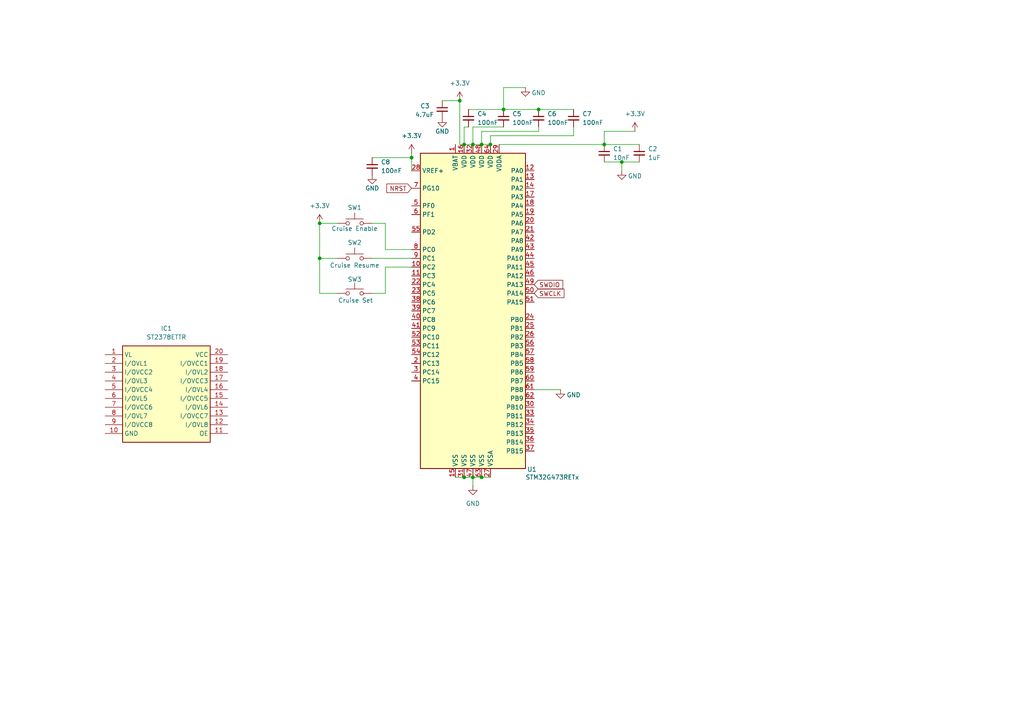
<source format=kicad_sch>
(kicad_sch
	(version 20250114)
	(generator "eeschema")
	(generator_version "9.0")
	(uuid "9751c653-8d15-4b69-a418-e0a63640d2ad")
	(paper "A4")
	(lib_symbols
		(symbol "Device:C_Small"
			(pin_numbers
				(hide yes)
			)
			(pin_names
				(offset 0.254)
				(hide yes)
			)
			(exclude_from_sim no)
			(in_bom yes)
			(on_board yes)
			(property "Reference" "C"
				(at 0.254 1.778 0)
				(effects
					(font
						(size 1.27 1.27)
					)
					(justify left)
				)
			)
			(property "Value" "C_Small"
				(at 0.254 -2.032 0)
				(effects
					(font
						(size 1.27 1.27)
					)
					(justify left)
				)
			)
			(property "Footprint" ""
				(at 0 0 0)
				(effects
					(font
						(size 1.27 1.27)
					)
					(hide yes)
				)
			)
			(property "Datasheet" "~"
				(at 0 0 0)
				(effects
					(font
						(size 1.27 1.27)
					)
					(hide yes)
				)
			)
			(property "Description" "Unpolarized capacitor, small symbol"
				(at 0 0 0)
				(effects
					(font
						(size 1.27 1.27)
					)
					(hide yes)
				)
			)
			(property "ki_keywords" "capacitor cap"
				(at 0 0 0)
				(effects
					(font
						(size 1.27 1.27)
					)
					(hide yes)
				)
			)
			(property "ki_fp_filters" "C_*"
				(at 0 0 0)
				(effects
					(font
						(size 1.27 1.27)
					)
					(hide yes)
				)
			)
			(symbol "C_Small_0_1"
				(polyline
					(pts
						(xy -1.524 0.508) (xy 1.524 0.508)
					)
					(stroke
						(width 0.3048)
						(type default)
					)
					(fill
						(type none)
					)
				)
				(polyline
					(pts
						(xy -1.524 -0.508) (xy 1.524 -0.508)
					)
					(stroke
						(width 0.3302)
						(type default)
					)
					(fill
						(type none)
					)
				)
			)
			(symbol "C_Small_1_1"
				(pin passive line
					(at 0 2.54 270)
					(length 2.032)
					(name "~"
						(effects
							(font
								(size 1.27 1.27)
							)
						)
					)
					(number "1"
						(effects
							(font
								(size 1.27 1.27)
							)
						)
					)
				)
				(pin passive line
					(at 0 -2.54 90)
					(length 2.032)
					(name "~"
						(effects
							(font
								(size 1.27 1.27)
							)
						)
					)
					(number "2"
						(effects
							(font
								(size 1.27 1.27)
							)
						)
					)
				)
			)
			(embedded_fonts no)
		)
		(symbol "MCU_ST_STM32G4:STM32G473RETx"
			(exclude_from_sim no)
			(in_bom yes)
			(on_board yes)
			(property "Reference" "U1"
				(at 15.748 -45.974 0)
				(effects
					(font
						(size 1.27 1.27)
					)
					(justify left)
				)
			)
			(property "Value" "STM32G473RETx"
				(at 15.24 -48.26 0)
				(effects
					(font
						(size 1.27 1.27)
					)
					(justify left)
				)
			)
			(property "Footprint" "Package_QFP:LQFP-64_10x10mm_P0.5mm"
				(at -15.24 -45.72 0)
				(effects
					(font
						(size 1.27 1.27)
					)
					(justify right)
					(hide yes)
				)
			)
			(property "Datasheet" "https://www.st.com/resource/en/datasheet/stm32g473re.pdf"
				(at 0 0 0)
				(effects
					(font
						(size 1.27 1.27)
					)
					(hide yes)
				)
			)
			(property "Description" "STMicroelectronics Arm Cortex-M4 MCU, 512KB flash, 128KB RAM, 170 MHz, 1.71-3.6V, 52 GPIO, LQFP64"
				(at 0 0 0)
				(effects
					(font
						(size 1.27 1.27)
					)
					(hide yes)
				)
			)
			(property "ki_keywords" "Arm Cortex-M4 STM32G4 STM32G4x3"
				(at 0 0 0)
				(effects
					(font
						(size 1.27 1.27)
					)
					(hide yes)
				)
			)
			(property "ki_fp_filters" "LQFP*10x10mm*P0.5mm*"
				(at 0 0 0)
				(effects
					(font
						(size 1.27 1.27)
					)
					(hide yes)
				)
			)
			(symbol "STM32G473RETx_0_1"
				(rectangle
					(start -15.24 -45.72)
					(end 15.24 45.72)
					(stroke
						(width 0.254)
						(type default)
					)
					(fill
						(type background)
					)
				)
			)
			(symbol "STM32G473RETx_1_1"
				(pin input line
					(at -17.78 40.64 0)
					(length 2.54)
					(name "VREF+"
						(effects
							(font
								(size 1.27 1.27)
							)
						)
					)
					(number "28"
						(effects
							(font
								(size 1.27 1.27)
							)
						)
					)
					(alternate "VREFBUF_OUT" bidirectional line)
				)
				(pin bidirectional line
					(at -17.78 35.56 0)
					(length 2.54)
					(name "PG10"
						(effects
							(font
								(size 1.27 1.27)
							)
						)
					)
					(number "7"
						(effects
							(font
								(size 1.27 1.27)
							)
						)
					)
					(alternate "DAC1_EXTI10" bidirectional line)
					(alternate "DAC2_EXTI10" bidirectional line)
					(alternate "DAC3_EXTI10" bidirectional line)
					(alternate "DAC4_EXTI10" bidirectional line)
					(alternate "RCC_MCO" bidirectional line)
				)
				(pin bidirectional line
					(at -17.78 30.48 0)
					(length 2.54)
					(name "PF0"
						(effects
							(font
								(size 1.27 1.27)
							)
						)
					)
					(number "5"
						(effects
							(font
								(size 1.27 1.27)
							)
						)
					)
					(alternate "ADC1_IN10" bidirectional line)
					(alternate "I2C2_SDA" bidirectional line)
					(alternate "I2S2_WS" bidirectional line)
					(alternate "RCC_OSC_IN" bidirectional line)
					(alternate "SPI2_NSS" bidirectional line)
					(alternate "TIM1_CH3N" bidirectional line)
				)
				(pin bidirectional line
					(at -17.78 27.94 0)
					(length 2.54)
					(name "PF1"
						(effects
							(font
								(size 1.27 1.27)
							)
						)
					)
					(number "6"
						(effects
							(font
								(size 1.27 1.27)
							)
						)
					)
					(alternate "ADC2_IN10" bidirectional line)
					(alternate "COMP3_INM" bidirectional line)
					(alternate "I2S2_CK" bidirectional line)
					(alternate "RCC_OSC_OUT" bidirectional line)
					(alternate "SPI2_SCK" bidirectional line)
				)
				(pin bidirectional line
					(at -17.78 22.86 0)
					(length 2.54)
					(name "PD2"
						(effects
							(font
								(size 1.27 1.27)
							)
						)
					)
					(number "55"
						(effects
							(font
								(size 1.27 1.27)
							)
						)
					)
					(alternate "ADC3_EXTI2" bidirectional line)
					(alternate "ADC4_EXTI2" bidirectional line)
					(alternate "ADC5_EXTI2" bidirectional line)
					(alternate "TIM3_ETR" bidirectional line)
					(alternate "TIM8_BKIN" bidirectional line)
					(alternate "UART5_RX" bidirectional line)
				)
				(pin bidirectional line
					(at -17.78 17.78 0)
					(length 2.54)
					(name "PC0"
						(effects
							(font
								(size 1.27 1.27)
							)
						)
					)
					(number "8"
						(effects
							(font
								(size 1.27 1.27)
							)
						)
					)
					(alternate "ADC1_IN6" bidirectional line)
					(alternate "ADC2_IN6" bidirectional line)
					(alternate "COMP3_INM" bidirectional line)
					(alternate "LPTIM1_IN1" bidirectional line)
					(alternate "LPUART1_RX" bidirectional line)
					(alternate "TIM1_CH1" bidirectional line)
				)
				(pin bidirectional line
					(at -17.78 15.24 0)
					(length 2.54)
					(name "PC1"
						(effects
							(font
								(size 1.27 1.27)
							)
						)
					)
					(number "9"
						(effects
							(font
								(size 1.27 1.27)
							)
						)
					)
					(alternate "ADC1_IN7" bidirectional line)
					(alternate "ADC2_IN7" bidirectional line)
					(alternate "COMP3_INP" bidirectional line)
					(alternate "LPTIM1_OUT" bidirectional line)
					(alternate "LPUART1_TX" bidirectional line)
					(alternate "QUADSPI1_BK2_IO0" bidirectional line)
					(alternate "SAI1_SD_A" bidirectional line)
					(alternate "TIM1_CH2" bidirectional line)
				)
				(pin bidirectional line
					(at -17.78 12.7 0)
					(length 2.54)
					(name "PC2"
						(effects
							(font
								(size 1.27 1.27)
							)
						)
					)
					(number "10"
						(effects
							(font
								(size 1.27 1.27)
							)
						)
					)
					(alternate "ADC1_IN8" bidirectional line)
					(alternate "ADC2_IN8" bidirectional line)
					(alternate "ADC3_EXTI2" bidirectional line)
					(alternate "ADC4_EXTI2" bidirectional line)
					(alternate "ADC5_EXTI2" bidirectional line)
					(alternate "COMP3_OUT" bidirectional line)
					(alternate "LPTIM1_IN2" bidirectional line)
					(alternate "QUADSPI1_BK2_IO1" bidirectional line)
					(alternate "TIM1_CH3" bidirectional line)
					(alternate "TIM20_CH2" bidirectional line)
				)
				(pin bidirectional line
					(at -17.78 10.16 0)
					(length 2.54)
					(name "PC3"
						(effects
							(font
								(size 1.27 1.27)
							)
						)
					)
					(number "11"
						(effects
							(font
								(size 1.27 1.27)
							)
						)
					)
					(alternate "ADC1_IN9" bidirectional line)
					(alternate "ADC2_IN9" bidirectional line)
					(alternate "ADC3_EXTI3" bidirectional line)
					(alternate "ADC4_EXTI3" bidirectional line)
					(alternate "ADC5_EXTI3" bidirectional line)
					(alternate "LPTIM1_ETR" bidirectional line)
					(alternate "OPAMP5_VINP" bidirectional line)
					(alternate "OPAMP5_VINP_SEC" bidirectional line)
					(alternate "QUADSPI1_BK2_IO2" bidirectional line)
					(alternate "SAI1_D1" bidirectional line)
					(alternate "SAI1_SD_A" bidirectional line)
					(alternate "TIM1_BKIN2" bidirectional line)
					(alternate "TIM1_CH4" bidirectional line)
				)
				(pin bidirectional line
					(at -17.78 7.62 0)
					(length 2.54)
					(name "PC4"
						(effects
							(font
								(size 1.27 1.27)
							)
						)
					)
					(number "22"
						(effects
							(font
								(size 1.27 1.27)
							)
						)
					)
					(alternate "ADC2_IN5" bidirectional line)
					(alternate "I2C2_SCL" bidirectional line)
					(alternate "QUADSPI1_BK2_IO3" bidirectional line)
					(alternate "TIM1_ETR" bidirectional line)
					(alternate "USART1_TX" bidirectional line)
				)
				(pin bidirectional line
					(at -17.78 5.08 0)
					(length 2.54)
					(name "PC5"
						(effects
							(font
								(size 1.27 1.27)
							)
						)
					)
					(number "23"
						(effects
							(font
								(size 1.27 1.27)
							)
						)
					)
					(alternate "ADC2_IN11" bidirectional line)
					(alternate "OPAMP1_VINM" bidirectional line)
					(alternate "OPAMP1_VINM1" bidirectional line)
					(alternate "OPAMP1_VINM_SEC" bidirectional line)
					(alternate "OPAMP2_VINM" bidirectional line)
					(alternate "OPAMP2_VINM1" bidirectional line)
					(alternate "OPAMP2_VINM_SEC" bidirectional line)
					(alternate "SAI1_D3" bidirectional line)
					(alternate "SYS_WKUP5" bidirectional line)
					(alternate "TIM15_BKIN" bidirectional line)
					(alternate "TIM1_CH4N" bidirectional line)
					(alternate "USART1_RX" bidirectional line)
				)
				(pin bidirectional line
					(at -17.78 2.54 0)
					(length 2.54)
					(name "PC6"
						(effects
							(font
								(size 1.27 1.27)
							)
						)
					)
					(number "38"
						(effects
							(font
								(size 1.27 1.27)
							)
						)
					)
					(alternate "COMP6_OUT" bidirectional line)
					(alternate "I2C4_SCL" bidirectional line)
					(alternate "I2S2_MCK" bidirectional line)
					(alternate "TIM3_CH1" bidirectional line)
					(alternate "TIM8_CH1" bidirectional line)
				)
				(pin bidirectional line
					(at -17.78 0 0)
					(length 2.54)
					(name "PC7"
						(effects
							(font
								(size 1.27 1.27)
							)
						)
					)
					(number "39"
						(effects
							(font
								(size 1.27 1.27)
							)
						)
					)
					(alternate "COMP5_OUT" bidirectional line)
					(alternate "I2C4_SDA" bidirectional line)
					(alternate "I2S3_MCK" bidirectional line)
					(alternate "TIM3_CH2" bidirectional line)
					(alternate "TIM8_CH2" bidirectional line)
				)
				(pin bidirectional line
					(at -17.78 -2.54 0)
					(length 2.54)
					(name "PC8"
						(effects
							(font
								(size 1.27 1.27)
							)
						)
					)
					(number "40"
						(effects
							(font
								(size 1.27 1.27)
							)
						)
					)
					(alternate "COMP7_OUT" bidirectional line)
					(alternate "I2C3_SCL" bidirectional line)
					(alternate "TIM20_CH3" bidirectional line)
					(alternate "TIM3_CH3" bidirectional line)
					(alternate "TIM8_CH3" bidirectional line)
				)
				(pin bidirectional line
					(at -17.78 -5.08 0)
					(length 2.54)
					(name "PC9"
						(effects
							(font
								(size 1.27 1.27)
							)
						)
					)
					(number "41"
						(effects
							(font
								(size 1.27 1.27)
							)
						)
					)
					(alternate "DAC1_EXTI9" bidirectional line)
					(alternate "DAC2_EXTI9" bidirectional line)
					(alternate "DAC3_EXTI9" bidirectional line)
					(alternate "DAC4_EXTI9" bidirectional line)
					(alternate "I2C3_SDA" bidirectional line)
					(alternate "I2S_CKIN" bidirectional line)
					(alternate "TIM3_CH4" bidirectional line)
					(alternate "TIM8_BKIN2" bidirectional line)
					(alternate "TIM8_CH4" bidirectional line)
				)
				(pin bidirectional line
					(at -17.78 -7.62 0)
					(length 2.54)
					(name "PC10"
						(effects
							(font
								(size 1.27 1.27)
							)
						)
					)
					(number "52"
						(effects
							(font
								(size 1.27 1.27)
							)
						)
					)
					(alternate "DAC1_EXTI10" bidirectional line)
					(alternate "DAC2_EXTI10" bidirectional line)
					(alternate "DAC3_EXTI10" bidirectional line)
					(alternate "DAC4_EXTI10" bidirectional line)
					(alternate "I2S3_CK" bidirectional line)
					(alternate "SPI3_SCK" bidirectional line)
					(alternate "TIM8_CH1N" bidirectional line)
					(alternate "UART4_TX" bidirectional line)
					(alternate "USART3_TX" bidirectional line)
				)
				(pin bidirectional line
					(at -17.78 -10.16 0)
					(length 2.54)
					(name "PC11"
						(effects
							(font
								(size 1.27 1.27)
							)
						)
					)
					(number "53"
						(effects
							(font
								(size 1.27 1.27)
							)
						)
					)
					(alternate "ADC1_EXTI11" bidirectional line)
					(alternate "ADC2_EXTI11" bidirectional line)
					(alternate "I2C3_SDA" bidirectional line)
					(alternate "SPI3_MISO" bidirectional line)
					(alternate "TIM8_CH2N" bidirectional line)
					(alternate "UART4_RX" bidirectional line)
					(alternate "USART3_RX" bidirectional line)
				)
				(pin bidirectional line
					(at -17.78 -12.7 0)
					(length 2.54)
					(name "PC12"
						(effects
							(font
								(size 1.27 1.27)
							)
						)
					)
					(number "54"
						(effects
							(font
								(size 1.27 1.27)
							)
						)
					)
					(alternate "I2S3_SD" bidirectional line)
					(alternate "SPI3_MOSI" bidirectional line)
					(alternate "TIM5_CH2" bidirectional line)
					(alternate "TIM8_CH3N" bidirectional line)
					(alternate "UART5_TX" bidirectional line)
					(alternate "UCPD1_FRSTX1" bidirectional line)
					(alternate "UCPD1_FRSTX2" bidirectional line)
					(alternate "USART3_CK" bidirectional line)
				)
				(pin bidirectional line
					(at -17.78 -15.24 0)
					(length 2.54)
					(name "PC13"
						(effects
							(font
								(size 1.27 1.27)
							)
						)
					)
					(number "2"
						(effects
							(font
								(size 1.27 1.27)
							)
						)
					)
					(alternate "RTC_OUT1" bidirectional line)
					(alternate "RTC_TAMP1" bidirectional line)
					(alternate "RTC_TS" bidirectional line)
					(alternate "SYS_WKUP2" bidirectional line)
					(alternate "TIM1_BKIN" bidirectional line)
					(alternate "TIM1_CH1N" bidirectional line)
					(alternate "TIM8_CH4N" bidirectional line)
				)
				(pin bidirectional line
					(at -17.78 -17.78 0)
					(length 2.54)
					(name "PC14"
						(effects
							(font
								(size 1.27 1.27)
							)
						)
					)
					(number "3"
						(effects
							(font
								(size 1.27 1.27)
							)
						)
					)
					(alternate "RCC_OSC32_IN" bidirectional line)
				)
				(pin bidirectional line
					(at -17.78 -20.32 0)
					(length 2.54)
					(name "PC15"
						(effects
							(font
								(size 1.27 1.27)
							)
						)
					)
					(number "4"
						(effects
							(font
								(size 1.27 1.27)
							)
						)
					)
					(alternate "ADC1_EXTI15" bidirectional line)
					(alternate "ADC2_EXTI15" bidirectional line)
					(alternate "RCC_OSC32_OUT" bidirectional line)
				)
				(pin power_in line
					(at -5.08 48.26 270)
					(length 2.54)
					(name "VBAT"
						(effects
							(font
								(size 1.27 1.27)
							)
						)
					)
					(number "1"
						(effects
							(font
								(size 1.27 1.27)
							)
						)
					)
				)
				(pin power_in line
					(at -5.08 -48.26 90)
					(length 2.54)
					(name "VSS"
						(effects
							(font
								(size 1.27 1.27)
							)
						)
					)
					(number "15"
						(effects
							(font
								(size 1.27 1.27)
							)
						)
					)
				)
				(pin power_in line
					(at -2.54 48.26 270)
					(length 2.54)
					(name "VDD"
						(effects
							(font
								(size 1.27 1.27)
							)
						)
					)
					(number "16"
						(effects
							(font
								(size 1.27 1.27)
							)
						)
					)
				)
				(pin power_in line
					(at -2.54 -48.26 90)
					(length 2.54)
					(name "VSS"
						(effects
							(font
								(size 1.27 1.27)
							)
						)
					)
					(number "31"
						(effects
							(font
								(size 1.27 1.27)
							)
						)
					)
				)
				(pin power_in line
					(at 0 48.26 270)
					(length 2.54)
					(name "VDD"
						(effects
							(font
								(size 1.27 1.27)
							)
						)
					)
					(number "32"
						(effects
							(font
								(size 1.27 1.27)
							)
						)
					)
				)
				(pin passive line
					(at 0 -48.26 90)
					(length 2.54)
					(hide yes)
					(name "VSS"
						(effects
							(font
								(size 1.27 1.27)
							)
						)
					)
					(number "31"
						(effects
							(font
								(size 1.27 1.27)
							)
						)
					)
				)
				(pin passive line
					(at 0 -48.26 90)
					(length 2.54)
					(hide yes)
					(name "VSS"
						(effects
							(font
								(size 1.27 1.27)
							)
						)
					)
					(number "47"
						(effects
							(font
								(size 1.27 1.27)
							)
						)
					)
				)
				(pin power_in line
					(at 0 -48.26 90)
					(length 2.54)
					(name "VSS"
						(effects
							(font
								(size 1.27 1.27)
							)
						)
					)
					(number "47"
						(effects
							(font
								(size 1.27 1.27)
							)
						)
					)
				)
				(pin passive line
					(at 0 -48.26 90)
					(length 2.54)
					(hide yes)
					(name "VSS"
						(effects
							(font
								(size 1.27 1.27)
							)
						)
					)
					(number "63"
						(effects
							(font
								(size 1.27 1.27)
							)
						)
					)
				)
				(pin power_in line
					(at 2.54 48.26 270)
					(length 2.54)
					(name "VDD"
						(effects
							(font
								(size 1.27 1.27)
							)
						)
					)
					(number "48"
						(effects
							(font
								(size 1.27 1.27)
							)
						)
					)
				)
				(pin power_in line
					(at 2.54 -48.26 90)
					(length 2.54)
					(name "VSS"
						(effects
							(font
								(size 1.27 1.27)
							)
						)
					)
					(number "63"
						(effects
							(font
								(size 1.27 1.27)
							)
						)
					)
				)
				(pin power_in line
					(at 5.08 48.26 270)
					(length 2.54)
					(name "VDD"
						(effects
							(font
								(size 1.27 1.27)
							)
						)
					)
					(number "64"
						(effects
							(font
								(size 1.27 1.27)
							)
						)
					)
				)
				(pin power_in line
					(at 5.08 -48.26 90)
					(length 2.54)
					(name "VSSA"
						(effects
							(font
								(size 1.27 1.27)
							)
						)
					)
					(number "27"
						(effects
							(font
								(size 1.27 1.27)
							)
						)
					)
				)
				(pin power_in line
					(at 7.62 48.26 270)
					(length 2.54)
					(name "VDDA"
						(effects
							(font
								(size 1.27 1.27)
							)
						)
					)
					(number "29"
						(effects
							(font
								(size 1.27 1.27)
							)
						)
					)
				)
				(pin bidirectional line
					(at 17.78 40.64 180)
					(length 2.54)
					(name "PA0"
						(effects
							(font
								(size 1.27 1.27)
							)
						)
					)
					(number "12"
						(effects
							(font
								(size 1.27 1.27)
							)
						)
					)
					(alternate "ADC1_IN1" bidirectional line)
					(alternate "ADC2_IN1" bidirectional line)
					(alternate "COMP1_INM" bidirectional line)
					(alternate "COMP1_OUT" bidirectional line)
					(alternate "COMP3_INP" bidirectional line)
					(alternate "RTC_TAMP2" bidirectional line)
					(alternate "SYS_WKUP1" bidirectional line)
					(alternate "TIM2_CH1" bidirectional line)
					(alternate "TIM2_ETR" bidirectional line)
					(alternate "TIM5_CH1" bidirectional line)
					(alternate "TIM8_BKIN" bidirectional line)
					(alternate "TIM8_ETR" bidirectional line)
					(alternate "USART2_CTS" bidirectional line)
					(alternate "USART2_NSS" bidirectional line)
				)
				(pin bidirectional line
					(at 17.78 38.1 180)
					(length 2.54)
					(name "PA1"
						(effects
							(font
								(size 1.27 1.27)
							)
						)
					)
					(number "13"
						(effects
							(font
								(size 1.27 1.27)
							)
						)
					)
					(alternate "ADC1_IN2" bidirectional line)
					(alternate "ADC2_IN2" bidirectional line)
					(alternate "COMP1_INP" bidirectional line)
					(alternate "OPAMP1_VINP" bidirectional line)
					(alternate "OPAMP1_VINP_SEC" bidirectional line)
					(alternate "OPAMP3_VINP" bidirectional line)
					(alternate "OPAMP3_VINP_SEC" bidirectional line)
					(alternate "OPAMP6_VINM" bidirectional line)
					(alternate "OPAMP6_VINM0" bidirectional line)
					(alternate "OPAMP6_VINM_SEC" bidirectional line)
					(alternate "RTC_REFIN" bidirectional line)
					(alternate "TIM15_CH1N" bidirectional line)
					(alternate "TIM2_CH2" bidirectional line)
					(alternate "TIM5_CH2" bidirectional line)
					(alternate "USART2_DE" bidirectional line)
					(alternate "USART2_RTS" bidirectional line)
				)
				(pin bidirectional line
					(at 17.78 35.56 180)
					(length 2.54)
					(name "PA2"
						(effects
							(font
								(size 1.27 1.27)
							)
						)
					)
					(number "14"
						(effects
							(font
								(size 1.27 1.27)
							)
						)
					)
					(alternate "ADC1_IN3" bidirectional line)
					(alternate "ADC3_EXTI2" bidirectional line)
					(alternate "ADC4_EXTI2" bidirectional line)
					(alternate "ADC5_EXTI2" bidirectional line)
					(alternate "COMP2_INM" bidirectional line)
					(alternate "COMP2_OUT" bidirectional line)
					(alternate "LPUART1_TX" bidirectional line)
					(alternate "OPAMP1_VOUT" bidirectional line)
					(alternate "QUADSPI1_BK1_NCS" bidirectional line)
					(alternate "RCC_LSCO" bidirectional line)
					(alternate "SYS_WKUP4" bidirectional line)
					(alternate "TIM15_CH1" bidirectional line)
					(alternate "TIM2_CH3" bidirectional line)
					(alternate "TIM5_CH3" bidirectional line)
					(alternate "UCPD1_FRSTX1" bidirectional line)
					(alternate "UCPD1_FRSTX2" bidirectional line)
					(alternate "USART2_TX" bidirectional line)
				)
				(pin bidirectional line
					(at 17.78 33.02 180)
					(length 2.54)
					(name "PA3"
						(effects
							(font
								(size 1.27 1.27)
							)
						)
					)
					(number "17"
						(effects
							(font
								(size 1.27 1.27)
							)
						)
					)
					(alternate "ADC1_IN4" bidirectional line)
					(alternate "ADC3_EXTI3" bidirectional line)
					(alternate "ADC4_EXTI3" bidirectional line)
					(alternate "ADC5_EXTI3" bidirectional line)
					(alternate "COMP2_INP" bidirectional line)
					(alternate "LPUART1_RX" bidirectional line)
					(alternate "OPAMP1_VINM" bidirectional line)
					(alternate "OPAMP1_VINM0" bidirectional line)
					(alternate "OPAMP1_VINM_SEC" bidirectional line)
					(alternate "OPAMP1_VINP" bidirectional line)
					(alternate "OPAMP1_VINP_SEC" bidirectional line)
					(alternate "OPAMP5_VINM" bidirectional line)
					(alternate "OPAMP5_VINM1" bidirectional line)
					(alternate "OPAMP5_VINM_SEC" bidirectional line)
					(alternate "QUADSPI1_CLK" bidirectional line)
					(alternate "SAI1_CK1" bidirectional line)
					(alternate "SAI1_MCLK_A" bidirectional line)
					(alternate "TIM15_CH2" bidirectional line)
					(alternate "TIM2_CH4" bidirectional line)
					(alternate "TIM5_CH4" bidirectional line)
					(alternate "USART2_RX" bidirectional line)
				)
				(pin bidirectional line
					(at 17.78 30.48 180)
					(length 2.54)
					(name "PA4"
						(effects
							(font
								(size 1.27 1.27)
							)
						)
					)
					(number "18"
						(effects
							(font
								(size 1.27 1.27)
							)
						)
					)
					(alternate "ADC2_IN17" bidirectional line)
					(alternate "COMP1_INM" bidirectional line)
					(alternate "DAC1_OUT1" bidirectional line)
					(alternate "I2S3_WS" bidirectional line)
					(alternate "SAI1_FS_B" bidirectional line)
					(alternate "SPI1_NSS" bidirectional line)
					(alternate "SPI3_NSS" bidirectional line)
					(alternate "TIM3_CH2" bidirectional line)
					(alternate "USART2_CK" bidirectional line)
				)
				(pin bidirectional line
					(at 17.78 27.94 180)
					(length 2.54)
					(name "PA5"
						(effects
							(font
								(size 1.27 1.27)
							)
						)
					)
					(number "19"
						(effects
							(font
								(size 1.27 1.27)
							)
						)
					)
					(alternate "ADC2_IN13" bidirectional line)
					(alternate "COMP2_INM" bidirectional line)
					(alternate "DAC1_OUT2" bidirectional line)
					(alternate "OPAMP2_VINM" bidirectional line)
					(alternate "OPAMP2_VINM0" bidirectional line)
					(alternate "OPAMP2_VINM_SEC" bidirectional line)
					(alternate "SPI1_SCK" bidirectional line)
					(alternate "TIM2_CH1" bidirectional line)
					(alternate "TIM2_ETR" bidirectional line)
					(alternate "UCPD1_FRSTX1" bidirectional line)
					(alternate "UCPD1_FRSTX2" bidirectional line)
				)
				(pin bidirectional line
					(at 17.78 25.4 180)
					(length 2.54)
					(name "PA6"
						(effects
							(font
								(size 1.27 1.27)
							)
						)
					)
					(number "20"
						(effects
							(font
								(size 1.27 1.27)
							)
						)
					)
					(alternate "ADC2_IN3" bidirectional line)
					(alternate "COMP1_OUT" bidirectional line)
					(alternate "DAC2_OUT1" bidirectional line)
					(alternate "LPUART1_CTS" bidirectional line)
					(alternate "OPAMP2_VOUT" bidirectional line)
					(alternate "QUADSPI1_BK1_IO3" bidirectional line)
					(alternate "SPI1_MISO" bidirectional line)
					(alternate "TIM16_CH1" bidirectional line)
					(alternate "TIM1_BKIN" bidirectional line)
					(alternate "TIM3_CH1" bidirectional line)
					(alternate "TIM8_BKIN" bidirectional line)
				)
				(pin bidirectional line
					(at 17.78 22.86 180)
					(length 2.54)
					(name "PA7"
						(effects
							(font
								(size 1.27 1.27)
							)
						)
					)
					(number "21"
						(effects
							(font
								(size 1.27 1.27)
							)
						)
					)
					(alternate "ADC2_IN4" bidirectional line)
					(alternate "COMP2_INP" bidirectional line)
					(alternate "COMP2_OUT" bidirectional line)
					(alternate "OPAMP1_VINP" bidirectional line)
					(alternate "OPAMP1_VINP_SEC" bidirectional line)
					(alternate "OPAMP2_VINP" bidirectional line)
					(alternate "OPAMP2_VINP_SEC" bidirectional line)
					(alternate "QUADSPI1_BK1_IO2" bidirectional line)
					(alternate "SPI1_MOSI" bidirectional line)
					(alternate "TIM17_CH1" bidirectional line)
					(alternate "TIM1_CH1N" bidirectional line)
					(alternate "TIM3_CH2" bidirectional line)
					(alternate "TIM8_CH1N" bidirectional line)
					(alternate "UCPD1_FRSTX1" bidirectional line)
					(alternate "UCPD1_FRSTX2" bidirectional line)
				)
				(pin bidirectional line
					(at 17.78 20.32 180)
					(length 2.54)
					(name "PA8"
						(effects
							(font
								(size 1.27 1.27)
							)
						)
					)
					(number "42"
						(effects
							(font
								(size 1.27 1.27)
							)
						)
					)
					(alternate "ADC5_IN1" bidirectional line)
					(alternate "COMP7_OUT" bidirectional line)
					(alternate "FDCAN3_RX" bidirectional line)
					(alternate "I2C2_SDA" bidirectional line)
					(alternate "I2C3_SCL" bidirectional line)
					(alternate "I2S2_MCK" bidirectional line)
					(alternate "OPAMP5_VOUT" bidirectional line)
					(alternate "RCC_MCO" bidirectional line)
					(alternate "SAI1_CK2" bidirectional line)
					(alternate "SAI1_SCK_A" bidirectional line)
					(alternate "TIM1_CH1" bidirectional line)
					(alternate "TIM4_ETR" bidirectional line)
					(alternate "USART1_CK" bidirectional line)
				)
				(pin bidirectional line
					(at 17.78 17.78 180)
					(length 2.54)
					(name "PA9"
						(effects
							(font
								(size 1.27 1.27)
							)
						)
					)
					(number "43"
						(effects
							(font
								(size 1.27 1.27)
							)
						)
					)
					(alternate "ADC5_IN2" bidirectional line)
					(alternate "COMP5_OUT" bidirectional line)
					(alternate "DAC1_EXTI9" bidirectional line)
					(alternate "DAC2_EXTI9" bidirectional line)
					(alternate "DAC3_EXTI9" bidirectional line)
					(alternate "DAC4_EXTI9" bidirectional line)
					(alternate "I2C2_SCL" bidirectional line)
					(alternate "I2C3_SMBA" bidirectional line)
					(alternate "I2S3_MCK" bidirectional line)
					(alternate "SAI1_FS_A" bidirectional line)
					(alternate "TIM15_BKIN" bidirectional line)
					(alternate "TIM1_CH2" bidirectional line)
					(alternate "TIM2_CH3" bidirectional line)
					(alternate "UCPD1_DBCC1" bidirectional line)
					(alternate "USART1_TX" bidirectional line)
				)
				(pin bidirectional line
					(at 17.78 15.24 180)
					(length 2.54)
					(name "PA10"
						(effects
							(font
								(size 1.27 1.27)
							)
						)
					)
					(number "44"
						(effects
							(font
								(size 1.27 1.27)
							)
						)
					)
					(alternate "COMP6_OUT" bidirectional line)
					(alternate "CRS_SYNC" bidirectional line)
					(alternate "DAC1_EXTI10" bidirectional line)
					(alternate "DAC2_EXTI10" bidirectional line)
					(alternate "DAC3_EXTI10" bidirectional line)
					(alternate "DAC4_EXTI10" bidirectional line)
					(alternate "I2C2_SMBA" bidirectional line)
					(alternate "SAI1_D1" bidirectional line)
					(alternate "SAI1_SD_A" bidirectional line)
					(alternate "SPI2_MISO" bidirectional line)
					(alternate "TIM17_BKIN" bidirectional line)
					(alternate "TIM1_CH3" bidirectional line)
					(alternate "TIM2_CH4" bidirectional line)
					(alternate "TIM8_BKIN" bidirectional line)
					(alternate "UCPD1_DBCC2" bidirectional line)
					(alternate "USART1_RX" bidirectional line)
				)
				(pin bidirectional line
					(at 17.78 12.7 180)
					(length 2.54)
					(name "PA11"
						(effects
							(font
								(size 1.27 1.27)
							)
						)
					)
					(number "45"
						(effects
							(font
								(size 1.27 1.27)
							)
						)
					)
					(alternate "ADC1_EXTI11" bidirectional line)
					(alternate "ADC2_EXTI11" bidirectional line)
					(alternate "COMP1_OUT" bidirectional line)
					(alternate "FDCAN1_RX" bidirectional line)
					(alternate "I2S2_SD" bidirectional line)
					(alternate "SPI2_MOSI" bidirectional line)
					(alternate "TIM1_BKIN2" bidirectional line)
					(alternate "TIM1_CH1N" bidirectional line)
					(alternate "TIM1_CH4" bidirectional line)
					(alternate "TIM4_CH1" bidirectional line)
					(alternate "USART1_CTS" bidirectional line)
					(alternate "USART1_NSS" bidirectional line)
					(alternate "USB_DM" bidirectional line)
				)
				(pin bidirectional line
					(at 17.78 10.16 180)
					(length 2.54)
					(name "PA12"
						(effects
							(font
								(size 1.27 1.27)
							)
						)
					)
					(number "46"
						(effects
							(font
								(size 1.27 1.27)
							)
						)
					)
					(alternate "COMP2_OUT" bidirectional line)
					(alternate "FDCAN1_TX" bidirectional line)
					(alternate "I2S_CKIN" bidirectional line)
					(alternate "TIM16_CH1" bidirectional line)
					(alternate "TIM1_CH2N" bidirectional line)
					(alternate "TIM1_ETR" bidirectional line)
					(alternate "TIM4_CH2" bidirectional line)
					(alternate "USART1_DE" bidirectional line)
					(alternate "USART1_RTS" bidirectional line)
					(alternate "USB_DP" bidirectional line)
				)
				(pin bidirectional line
					(at 17.78 7.62 180)
					(length 2.54)
					(name "PA13"
						(effects
							(font
								(size 1.27 1.27)
							)
						)
					)
					(number "49"
						(effects
							(font
								(size 1.27 1.27)
							)
						)
					)
					(alternate "I2C1_SCL" bidirectional line)
					(alternate "I2C4_SCL" bidirectional line)
					(alternate "IR_OUT" bidirectional line)
					(alternate "SAI1_SD_B" bidirectional line)
					(alternate "SYS_JTMS-SWDIO" bidirectional line)
					(alternate "TIM16_CH1N" bidirectional line)
					(alternate "TIM4_CH3" bidirectional line)
					(alternate "USART3_CTS" bidirectional line)
					(alternate "USART3_NSS" bidirectional line)
				)
				(pin bidirectional line
					(at 17.78 5.08 180)
					(length 2.54)
					(name "PA14"
						(effects
							(font
								(size 1.27 1.27)
							)
						)
					)
					(number "50"
						(effects
							(font
								(size 1.27 1.27)
							)
						)
					)
					(alternate "I2C1_SDA" bidirectional line)
					(alternate "I2C4_SMBA" bidirectional line)
					(alternate "LPTIM1_OUT" bidirectional line)
					(alternate "SAI1_FS_B" bidirectional line)
					(alternate "SYS_JTCK-SWCLK" bidirectional line)
					(alternate "TIM1_BKIN" bidirectional line)
					(alternate "TIM8_CH2" bidirectional line)
					(alternate "USART2_TX" bidirectional line)
				)
				(pin bidirectional line
					(at 17.78 2.54 180)
					(length 2.54)
					(name "PA15"
						(effects
							(font
								(size 1.27 1.27)
							)
						)
					)
					(number "51"
						(effects
							(font
								(size 1.27 1.27)
							)
						)
					)
					(alternate "ADC1_EXTI15" bidirectional line)
					(alternate "ADC2_EXTI15" bidirectional line)
					(alternate "FDCAN3_TX" bidirectional line)
					(alternate "I2C1_SCL" bidirectional line)
					(alternate "I2S3_WS" bidirectional line)
					(alternate "SPI1_NSS" bidirectional line)
					(alternate "SPI3_NSS" bidirectional line)
					(alternate "SYS_JTDI" bidirectional line)
					(alternate "TIM1_BKIN" bidirectional line)
					(alternate "TIM2_CH1" bidirectional line)
					(alternate "TIM2_ETR" bidirectional line)
					(alternate "TIM8_CH1" bidirectional line)
					(alternate "UART4_DE" bidirectional line)
					(alternate "UART4_RTS" bidirectional line)
					(alternate "USART2_RX" bidirectional line)
				)
				(pin bidirectional line
					(at 17.78 -2.54 180)
					(length 2.54)
					(name "PB0"
						(effects
							(font
								(size 1.27 1.27)
							)
						)
					)
					(number "24"
						(effects
							(font
								(size 1.27 1.27)
							)
						)
					)
					(alternate "ADC1_IN15" bidirectional line)
					(alternate "ADC3_IN12" bidirectional line)
					(alternate "COMP4_INP" bidirectional line)
					(alternate "OPAMP2_VINP" bidirectional line)
					(alternate "OPAMP2_VINP_SEC" bidirectional line)
					(alternate "OPAMP3_VINP" bidirectional line)
					(alternate "OPAMP3_VINP_SEC" bidirectional line)
					(alternate "QUADSPI1_BK1_IO1" bidirectional line)
					(alternate "TIM1_CH2N" bidirectional line)
					(alternate "TIM3_CH3" bidirectional line)
					(alternate "TIM8_CH2N" bidirectional line)
					(alternate "UCPD1_FRSTX1" bidirectional line)
					(alternate "UCPD1_FRSTX2" bidirectional line)
				)
				(pin bidirectional line
					(at 17.78 -5.08 180)
					(length 2.54)
					(name "PB1"
						(effects
							(font
								(size 1.27 1.27)
							)
						)
					)
					(number "25"
						(effects
							(font
								(size 1.27 1.27)
							)
						)
					)
					(alternate "ADC1_IN12" bidirectional line)
					(alternate "ADC3_IN1" bidirectional line)
					(alternate "COMP1_INP" bidirectional line)
					(alternate "COMP4_OUT" bidirectional line)
					(alternate "LPUART1_DE" bidirectional line)
					(alternate "LPUART1_RTS" bidirectional line)
					(alternate "OPAMP3_VOUT" bidirectional line)
					(alternate "OPAMP6_VINM" bidirectional line)
					(alternate "OPAMP6_VINM1" bidirectional line)
					(alternate "OPAMP6_VINM_SEC" bidirectional line)
					(alternate "QUADSPI1_BK1_IO0" bidirectional line)
					(alternate "TIM1_CH3N" bidirectional line)
					(alternate "TIM3_CH4" bidirectional line)
					(alternate "TIM8_CH3N" bidirectional line)
				)
				(pin bidirectional line
					(at 17.78 -7.62 180)
					(length 2.54)
					(name "PB2"
						(effects
							(font
								(size 1.27 1.27)
							)
						)
					)
					(number "26"
						(effects
							(font
								(size 1.27 1.27)
							)
						)
					)
					(alternate "ADC2_IN12" bidirectional line)
					(alternate "ADC3_EXTI2" bidirectional line)
					(alternate "ADC4_EXTI2" bidirectional line)
					(alternate "ADC5_EXTI2" bidirectional line)
					(alternate "COMP4_INM" bidirectional line)
					(alternate "I2C3_SMBA" bidirectional line)
					(alternate "LPTIM1_OUT" bidirectional line)
					(alternate "OPAMP3_VINM" bidirectional line)
					(alternate "OPAMP3_VINM0" bidirectional line)
					(alternate "OPAMP3_VINM_SEC" bidirectional line)
					(alternate "QUADSPI1_BK2_IO1" bidirectional line)
					(alternate "RTC_OUT2" bidirectional line)
					(alternate "TIM20_CH1" bidirectional line)
					(alternate "TIM5_CH1" bidirectional line)
				)
				(pin bidirectional line
					(at 17.78 -10.16 180)
					(length 2.54)
					(name "PB3"
						(effects
							(font
								(size 1.27 1.27)
							)
						)
					)
					(number "56"
						(effects
							(font
								(size 1.27 1.27)
							)
						)
					)
					(alternate "ADC3_EXTI3" bidirectional line)
					(alternate "ADC4_EXTI3" bidirectional line)
					(alternate "ADC5_EXTI3" bidirectional line)
					(alternate "CRS_SYNC" bidirectional line)
					(alternate "FDCAN3_RX" bidirectional line)
					(alternate "I2S3_CK" bidirectional line)
					(alternate "SAI1_SCK_B" bidirectional line)
					(alternate "SPI1_SCK" bidirectional line)
					(alternate "SPI3_SCK" bidirectional line)
					(alternate "SYS_JTDO-SWO" bidirectional line)
					(alternate "TIM2_CH2" bidirectional line)
					(alternate "TIM3_ETR" bidirectional line)
					(alternate "TIM4_ETR" bidirectional line)
					(alternate "TIM8_CH1N" bidirectional line)
					(alternate "USART2_TX" bidirectional line)
				)
				(pin bidirectional line
					(at 17.78 -12.7 180)
					(length 2.54)
					(name "PB4"
						(effects
							(font
								(size 1.27 1.27)
							)
						)
					)
					(number "57"
						(effects
							(font
								(size 1.27 1.27)
							)
						)
					)
					(alternate "FDCAN3_TX" bidirectional line)
					(alternate "SAI1_MCLK_B" bidirectional line)
					(alternate "SPI1_MISO" bidirectional line)
					(alternate "SPI3_MISO" bidirectional line)
					(alternate "SYS_JTRST" bidirectional line)
					(alternate "TIM16_CH1" bidirectional line)
					(alternate "TIM17_BKIN" bidirectional line)
					(alternate "TIM3_CH1" bidirectional line)
					(alternate "TIM8_CH2N" bidirectional line)
					(alternate "UART5_DE" bidirectional line)
					(alternate "UART5_RTS" bidirectional line)
					(alternate "UCPD1_CC2" bidirectional line)
					(alternate "USART2_RX" bidirectional line)
				)
				(pin bidirectional line
					(at 17.78 -15.24 180)
					(length 2.54)
					(name "PB5"
						(effects
							(font
								(size 1.27 1.27)
							)
						)
					)
					(number "58"
						(effects
							(font
								(size 1.27 1.27)
							)
						)
					)
					(alternate "FDCAN2_RX" bidirectional line)
					(alternate "I2C1_SMBA" bidirectional line)
					(alternate "I2C3_SDA" bidirectional line)
					(alternate "I2S3_SD" bidirectional line)
					(alternate "LPTIM1_IN1" bidirectional line)
					(alternate "SAI1_SD_B" bidirectional line)
					(alternate "SPI1_MOSI" bidirectional line)
					(alternate "SPI3_MOSI" bidirectional line)
					(alternate "TIM16_BKIN" bidirectional line)
					(alternate "TIM17_CH1" bidirectional line)
					(alternate "TIM3_CH2" bidirectional line)
					(alternate "TIM8_CH3N" bidirectional line)
					(alternate "UART5_CTS" bidirectional line)
					(alternate "USART2_CK" bidirectional line)
				)
				(pin bidirectional line
					(at 17.78 -17.78 180)
					(length 2.54)
					(name "PB6"
						(effects
							(font
								(size 1.27 1.27)
							)
						)
					)
					(number "59"
						(effects
							(font
								(size 1.27 1.27)
							)
						)
					)
					(alternate "COMP4_OUT" bidirectional line)
					(alternate "FDCAN2_TX" bidirectional line)
					(alternate "LPTIM1_ETR" bidirectional line)
					(alternate "SAI1_FS_B" bidirectional line)
					(alternate "TIM16_CH1N" bidirectional line)
					(alternate "TIM4_CH1" bidirectional line)
					(alternate "TIM8_BKIN2" bidirectional line)
					(alternate "TIM8_CH1" bidirectional line)
					(alternate "TIM8_ETR" bidirectional line)
					(alternate "UCPD1_CC1" bidirectional line)
					(alternate "USART1_TX" bidirectional line)
				)
				(pin bidirectional line
					(at 17.78 -20.32 180)
					(length 2.54)
					(name "PB7"
						(effects
							(font
								(size 1.27 1.27)
							)
						)
					)
					(number "60"
						(effects
							(font
								(size 1.27 1.27)
							)
						)
					)
					(alternate "COMP3_OUT" bidirectional line)
					(alternate "I2C1_SDA" bidirectional line)
					(alternate "I2C4_SDA" bidirectional line)
					(alternate "LPTIM1_IN2" bidirectional line)
					(alternate "SYS_PVD_IN" bidirectional line)
					(alternate "TIM17_CH1N" bidirectional line)
					(alternate "TIM3_CH4" bidirectional line)
					(alternate "TIM4_CH2" bidirectional line)
					(alternate "TIM8_BKIN" bidirectional line)
					(alternate "UART4_CTS" bidirectional line)
					(alternate "USART1_RX" bidirectional line)
				)
				(pin bidirectional line
					(at 17.78 -22.86 180)
					(length 2.54)
					(name "PB8"
						(effects
							(font
								(size 1.27 1.27)
							)
						)
					)
					(number "61"
						(effects
							(font
								(size 1.27 1.27)
							)
						)
					)
					(alternate "COMP1_OUT" bidirectional line)
					(alternate "FDCAN1_RX" bidirectional line)
					(alternate "I2C1_SCL" bidirectional line)
					(alternate "SAI1_CK1" bidirectional line)
					(alternate "SAI1_MCLK_A" bidirectional line)
					(alternate "TIM16_CH1" bidirectional line)
					(alternate "TIM1_BKIN" bidirectional line)
					(alternate "TIM4_CH3" bidirectional line)
					(alternate "TIM8_CH2" bidirectional line)
					(alternate "USART3_RX" bidirectional line)
				)
				(pin bidirectional line
					(at 17.78 -25.4 180)
					(length 2.54)
					(name "PB9"
						(effects
							(font
								(size 1.27 1.27)
							)
						)
					)
					(number "62"
						(effects
							(font
								(size 1.27 1.27)
							)
						)
					)
					(alternate "COMP2_OUT" bidirectional line)
					(alternate "DAC1_EXTI9" bidirectional line)
					(alternate "DAC2_EXTI9" bidirectional line)
					(alternate "DAC3_EXTI9" bidirectional line)
					(alternate "DAC4_EXTI9" bidirectional line)
					(alternate "FDCAN1_TX" bidirectional line)
					(alternate "I2C1_SDA" bidirectional line)
					(alternate "IR_OUT" bidirectional line)
					(alternate "SAI1_D2" bidirectional line)
					(alternate "SAI1_FS_A" bidirectional line)
					(alternate "TIM17_CH1" bidirectional line)
					(alternate "TIM1_CH3N" bidirectional line)
					(alternate "TIM4_CH4" bidirectional line)
					(alternate "TIM8_CH3" bidirectional line)
					(alternate "USART3_TX" bidirectional line)
				)
				(pin bidirectional line
					(at 17.78 -27.94 180)
					(length 2.54)
					(name "PB10"
						(effects
							(font
								(size 1.27 1.27)
							)
						)
					)
					(number "30"
						(effects
							(font
								(size 1.27 1.27)
							)
						)
					)
					(alternate "COMP5_INM" bidirectional line)
					(alternate "DAC1_EXTI10" bidirectional line)
					(alternate "DAC2_EXTI10" bidirectional line)
					(alternate "DAC3_EXTI10" bidirectional line)
					(alternate "DAC4_EXTI10" bidirectional line)
					(alternate "LPUART1_RX" bidirectional line)
					(alternate "OPAMP3_VINM" bidirectional line)
					(alternate "OPAMP3_VINM1" bidirectional line)
					(alternate "OPAMP3_VINM_SEC" bidirectional line)
					(alternate "OPAMP4_VINM" bidirectional line)
					(alternate "OPAMP4_VINM0" bidirectional line)
					(alternate "OPAMP4_VINM_SEC" bidirectional line)
					(alternate "QUADSPI1_CLK" bidirectional line)
					(alternate "SAI1_SCK_A" bidirectional line)
					(alternate "TIM1_BKIN" bidirectional line)
					(alternate "TIM2_CH3" bidirectional line)
					(alternate "USART3_TX" bidirectional line)
				)
				(pin bidirectional line
					(at 17.78 -30.48 180)
					(length 2.54)
					(name "PB11"
						(effects
							(font
								(size 1.27 1.27)
							)
						)
					)
					(number "33"
						(effects
							(font
								(size 1.27 1.27)
							)
						)
					)
					(alternate "ADC1_EXTI11" bidirectional line)
					(alternate "ADC1_IN14" bidirectional line)
					(alternate "ADC2_EXTI11" bidirectional line)
					(alternate "ADC2_IN14" bidirectional line)
					(alternate "COMP6_INP" bidirectional line)
					(alternate "LPUART1_TX" bidirectional line)
					(alternate "OPAMP4_VINP" bidirectional line)
					(alternate "OPAMP4_VINP_SEC" bidirectional line)
					(alternate "OPAMP6_VOUT" bidirectional line)
					(alternate "QUADSPI1_BK1_NCS" bidirectional line)
					(alternate "TIM2_CH4" bidirectional line)
					(alternate "USART3_RX" bidirectional line)
				)
				(pin bidirectional line
					(at 17.78 -33.02 180)
					(length 2.54)
					(name "PB12"
						(effects
							(font
								(size 1.27 1.27)
							)
						)
					)
					(number "34"
						(effects
							(font
								(size 1.27 1.27)
							)
						)
					)
					(alternate "ADC1_IN11" bidirectional line)
					(alternate "ADC4_IN3" bidirectional line)
					(alternate "COMP7_INM" bidirectional line)
					(alternate "FDCAN2_RX" bidirectional line)
					(alternate "I2C2_SMBA" bidirectional line)
					(alternate "I2S2_WS" bidirectional line)
					(alternate "LPUART1_DE" bidirectional line)
					(alternate "LPUART1_RTS" bidirectional line)
					(alternate "OPAMP4_VOUT" bidirectional line)
					(alternate "OPAMP6_VINP" bidirectional line)
					(alternate "OPAMP6_VINP_SEC" bidirectional line)
					(alternate "SPI2_NSS" bidirectional line)
					(alternate "TIM1_BKIN" bidirectional line)
					(alternate "TIM5_ETR" bidirectional line)
					(alternate "USART3_CK" bidirectional line)
				)
				(pin bidirectional line
					(at 17.78 -35.56 180)
					(length 2.54)
					(name "PB13"
						(effects
							(font
								(size 1.27 1.27)
							)
						)
					)
					(number "35"
						(effects
							(font
								(size 1.27 1.27)
							)
						)
					)
					(alternate "ADC3_IN5" bidirectional line)
					(alternate "COMP5_INP" bidirectional line)
					(alternate "FDCAN2_TX" bidirectional line)
					(alternate "I2S2_CK" bidirectional line)
					(alternate "LPUART1_CTS" bidirectional line)
					(alternate "OPAMP3_VINP" bidirectional line)
					(alternate "OPAMP3_VINP_SEC" bidirectional line)
					(alternate "OPAMP4_VINP" bidirectional line)
					(alternate "OPAMP4_VINP_SEC" bidirectional line)
					(alternate "OPAMP6_VINP" bidirectional line)
					(alternate "OPAMP6_VINP_SEC" bidirectional line)
					(alternate "SPI2_SCK" bidirectional line)
					(alternate "TIM1_CH1N" bidirectional line)
					(alternate "USART3_CTS" bidirectional line)
					(alternate "USART3_NSS" bidirectional line)
				)
				(pin bidirectional line
					(at 17.78 -38.1 180)
					(length 2.54)
					(name "PB14"
						(effects
							(font
								(size 1.27 1.27)
							)
						)
					)
					(number "36"
						(effects
							(font
								(size 1.27 1.27)
							)
						)
					)
					(alternate "ADC1_IN5" bidirectional line)
					(alternate "ADC4_IN4" bidirectional line)
					(alternate "COMP4_OUT" bidirectional line)
					(alternate "COMP7_INP" bidirectional line)
					(alternate "OPAMP2_VINP" bidirectional line)
					(alternate "OPAMP2_VINP_SEC" bidirectional line)
					(alternate "OPAMP5_VINP" bidirectional line)
					(alternate "OPAMP5_VINP_SEC" bidirectional line)
					(alternate "SPI2_MISO" bidirectional line)
					(alternate "TIM15_CH1" bidirectional line)
					(alternate "TIM1_CH2N" bidirectional line)
					(alternate "USART3_DE" bidirectional line)
					(alternate "USART3_RTS" bidirectional line)
				)
				(pin bidirectional line
					(at 17.78 -40.64 180)
					(length 2.54)
					(name "PB15"
						(effects
							(font
								(size 1.27 1.27)
							)
						)
					)
					(number "37"
						(effects
							(font
								(size 1.27 1.27)
							)
						)
					)
					(alternate "ADC1_EXTI15" bidirectional line)
					(alternate "ADC2_EXTI15" bidirectional line)
					(alternate "ADC2_IN15" bidirectional line)
					(alternate "ADC4_IN5" bidirectional line)
					(alternate "COMP3_OUT" bidirectional line)
					(alternate "COMP6_INM" bidirectional line)
					(alternate "I2S2_SD" bidirectional line)
					(alternate "OPAMP5_VINM" bidirectional line)
					(alternate "OPAMP5_VINM0" bidirectional line)
					(alternate "OPAMP5_VINM_SEC" bidirectional line)
					(alternate "RTC_REFIN" bidirectional line)
					(alternate "SPI2_MOSI" bidirectional line)
					(alternate "TIM15_CH1N" bidirectional line)
					(alternate "TIM15_CH2" bidirectional line)
					(alternate "TIM1_CH3N" bidirectional line)
				)
			)
			(embedded_fonts no)
		)
		(symbol "ST2378ETTR:ST2378ETTR"
			(exclude_from_sim no)
			(in_bom yes)
			(on_board yes)
			(property "Reference" "IC"
				(at 31.75 7.62 0)
				(effects
					(font
						(size 1.27 1.27)
					)
					(justify left top)
				)
			)
			(property "Value" "ST2378ETTR"
				(at 31.75 5.08 0)
				(effects
					(font
						(size 1.27 1.27)
					)
					(justify left top)
				)
			)
			(property "Footprint" "SOP65P640X120-20N"
				(at 31.75 -94.92 0)
				(effects
					(font
						(size 1.27 1.27)
					)
					(justify left top)
					(hide yes)
				)
			)
			(property "Datasheet" "https://www.st.com/resource/en/datasheet/st2378e.pdf"
				(at 31.75 -194.92 0)
				(effects
					(font
						(size 1.27 1.27)
					)
					(justify left top)
					(hide yes)
				)
			)
			(property "Description" "STMicroelectronics ST2378ETTR, Logic Level Translator, Open Drain, Totem Pole, 1.71  5.5 V, 20-Pin TSSOP"
				(at 0 0 0)
				(effects
					(font
						(size 1.27 1.27)
					)
					(hide yes)
				)
			)
			(property "Height" "1.2"
				(at 31.75 -394.92 0)
				(effects
					(font
						(size 1.27 1.27)
					)
					(justify left top)
					(hide yes)
				)
			)
			(property "Mouser Part Number" "511-ST2378ET"
				(at 31.75 -494.92 0)
				(effects
					(font
						(size 1.27 1.27)
					)
					(justify left top)
					(hide yes)
				)
			)
			(property "Mouser Price/Stock" "https://www.mouser.co.uk/ProductDetail/STMicroelectronics/ST2378ETTR?qs=DUDHuK3gDFSwMxNsCLUurA%3D%3D"
				(at 31.75 -594.92 0)
				(effects
					(font
						(size 1.27 1.27)
					)
					(justify left top)
					(hide yes)
				)
			)
			(property "Manufacturer_Name" "STMicroelectronics"
				(at 31.75 -694.92 0)
				(effects
					(font
						(size 1.27 1.27)
					)
					(justify left top)
					(hide yes)
				)
			)
			(property "Manufacturer_Part_Number" "ST2378ETTR"
				(at 31.75 -794.92 0)
				(effects
					(font
						(size 1.27 1.27)
					)
					(justify left top)
					(hide yes)
				)
			)
			(symbol "ST2378ETTR_1_1"
				(rectangle
					(start 5.08 2.54)
					(end 30.48 -25.4)
					(stroke
						(width 0.254)
						(type default)
					)
					(fill
						(type background)
					)
				)
				(pin passive line
					(at 0 0 0)
					(length 5.08)
					(name "VL"
						(effects
							(font
								(size 1.27 1.27)
							)
						)
					)
					(number "1"
						(effects
							(font
								(size 1.27 1.27)
							)
						)
					)
				)
				(pin passive line
					(at 0 -2.54 0)
					(length 5.08)
					(name "I/OVL1"
						(effects
							(font
								(size 1.27 1.27)
							)
						)
					)
					(number "2"
						(effects
							(font
								(size 1.27 1.27)
							)
						)
					)
				)
				(pin passive line
					(at 0 -5.08 0)
					(length 5.08)
					(name "I/OVCC2"
						(effects
							(font
								(size 1.27 1.27)
							)
						)
					)
					(number "3"
						(effects
							(font
								(size 1.27 1.27)
							)
						)
					)
				)
				(pin passive line
					(at 0 -7.62 0)
					(length 5.08)
					(name "I/OVL3"
						(effects
							(font
								(size 1.27 1.27)
							)
						)
					)
					(number "4"
						(effects
							(font
								(size 1.27 1.27)
							)
						)
					)
				)
				(pin passive line
					(at 0 -10.16 0)
					(length 5.08)
					(name "I/OVCC4"
						(effects
							(font
								(size 1.27 1.27)
							)
						)
					)
					(number "5"
						(effects
							(font
								(size 1.27 1.27)
							)
						)
					)
				)
				(pin passive line
					(at 0 -12.7 0)
					(length 5.08)
					(name "I/OVL5"
						(effects
							(font
								(size 1.27 1.27)
							)
						)
					)
					(number "6"
						(effects
							(font
								(size 1.27 1.27)
							)
						)
					)
				)
				(pin passive line
					(at 0 -15.24 0)
					(length 5.08)
					(name "I/OVCC6"
						(effects
							(font
								(size 1.27 1.27)
							)
						)
					)
					(number "7"
						(effects
							(font
								(size 1.27 1.27)
							)
						)
					)
				)
				(pin passive line
					(at 0 -17.78 0)
					(length 5.08)
					(name "I/OVL7"
						(effects
							(font
								(size 1.27 1.27)
							)
						)
					)
					(number "8"
						(effects
							(font
								(size 1.27 1.27)
							)
						)
					)
				)
				(pin passive line
					(at 0 -20.32 0)
					(length 5.08)
					(name "I/OVCC8"
						(effects
							(font
								(size 1.27 1.27)
							)
						)
					)
					(number "9"
						(effects
							(font
								(size 1.27 1.27)
							)
						)
					)
				)
				(pin passive line
					(at 0 -22.86 0)
					(length 5.08)
					(name "GND"
						(effects
							(font
								(size 1.27 1.27)
							)
						)
					)
					(number "10"
						(effects
							(font
								(size 1.27 1.27)
							)
						)
					)
				)
				(pin passive line
					(at 35.56 0 180)
					(length 5.08)
					(name "VCC"
						(effects
							(font
								(size 1.27 1.27)
							)
						)
					)
					(number "20"
						(effects
							(font
								(size 1.27 1.27)
							)
						)
					)
				)
				(pin passive line
					(at 35.56 -2.54 180)
					(length 5.08)
					(name "I/OVCC1"
						(effects
							(font
								(size 1.27 1.27)
							)
						)
					)
					(number "19"
						(effects
							(font
								(size 1.27 1.27)
							)
						)
					)
				)
				(pin passive line
					(at 35.56 -5.08 180)
					(length 5.08)
					(name "I/OVL2"
						(effects
							(font
								(size 1.27 1.27)
							)
						)
					)
					(number "18"
						(effects
							(font
								(size 1.27 1.27)
							)
						)
					)
				)
				(pin passive line
					(at 35.56 -7.62 180)
					(length 5.08)
					(name "I/OVCC3"
						(effects
							(font
								(size 1.27 1.27)
							)
						)
					)
					(number "17"
						(effects
							(font
								(size 1.27 1.27)
							)
						)
					)
				)
				(pin passive line
					(at 35.56 -10.16 180)
					(length 5.08)
					(name "I/OVL4"
						(effects
							(font
								(size 1.27 1.27)
							)
						)
					)
					(number "16"
						(effects
							(font
								(size 1.27 1.27)
							)
						)
					)
				)
				(pin passive line
					(at 35.56 -12.7 180)
					(length 5.08)
					(name "I/OVCC5"
						(effects
							(font
								(size 1.27 1.27)
							)
						)
					)
					(number "15"
						(effects
							(font
								(size 1.27 1.27)
							)
						)
					)
				)
				(pin passive line
					(at 35.56 -15.24 180)
					(length 5.08)
					(name "I/OVL6"
						(effects
							(font
								(size 1.27 1.27)
							)
						)
					)
					(number "14"
						(effects
							(font
								(size 1.27 1.27)
							)
						)
					)
				)
				(pin passive line
					(at 35.56 -17.78 180)
					(length 5.08)
					(name "I/OVCC7"
						(effects
							(font
								(size 1.27 1.27)
							)
						)
					)
					(number "13"
						(effects
							(font
								(size 1.27 1.27)
							)
						)
					)
				)
				(pin passive line
					(at 35.56 -20.32 180)
					(length 5.08)
					(name "I/OVL8"
						(effects
							(font
								(size 1.27 1.27)
							)
						)
					)
					(number "12"
						(effects
							(font
								(size 1.27 1.27)
							)
						)
					)
				)
				(pin passive line
					(at 35.56 -22.86 180)
					(length 5.08)
					(name "OE"
						(effects
							(font
								(size 1.27 1.27)
							)
						)
					)
					(number "11"
						(effects
							(font
								(size 1.27 1.27)
							)
						)
					)
				)
			)
			(embedded_fonts no)
		)
		(symbol "Switch:SW_Push"
			(pin_numbers
				(hide yes)
			)
			(pin_names
				(offset 1.016)
				(hide yes)
			)
			(exclude_from_sim no)
			(in_bom yes)
			(on_board yes)
			(property "Reference" "SW"
				(at 1.27 2.54 0)
				(effects
					(font
						(size 1.27 1.27)
					)
					(justify left)
				)
			)
			(property "Value" "SW_Push"
				(at 0 -1.524 0)
				(effects
					(font
						(size 1.27 1.27)
					)
				)
			)
			(property "Footprint" ""
				(at 0 5.08 0)
				(effects
					(font
						(size 1.27 1.27)
					)
					(hide yes)
				)
			)
			(property "Datasheet" "~"
				(at 0 5.08 0)
				(effects
					(font
						(size 1.27 1.27)
					)
					(hide yes)
				)
			)
			(property "Description" "Push button switch, generic, two pins"
				(at 0 0 0)
				(effects
					(font
						(size 1.27 1.27)
					)
					(hide yes)
				)
			)
			(property "ki_keywords" "switch normally-open pushbutton push-button"
				(at 0 0 0)
				(effects
					(font
						(size 1.27 1.27)
					)
					(hide yes)
				)
			)
			(symbol "SW_Push_0_1"
				(circle
					(center -2.032 0)
					(radius 0.508)
					(stroke
						(width 0)
						(type default)
					)
					(fill
						(type none)
					)
				)
				(polyline
					(pts
						(xy 0 1.27) (xy 0 3.048)
					)
					(stroke
						(width 0)
						(type default)
					)
					(fill
						(type none)
					)
				)
				(circle
					(center 2.032 0)
					(radius 0.508)
					(stroke
						(width 0)
						(type default)
					)
					(fill
						(type none)
					)
				)
				(polyline
					(pts
						(xy 2.54 1.27) (xy -2.54 1.27)
					)
					(stroke
						(width 0)
						(type default)
					)
					(fill
						(type none)
					)
				)
				(pin passive line
					(at -5.08 0 0)
					(length 2.54)
					(name "1"
						(effects
							(font
								(size 1.27 1.27)
							)
						)
					)
					(number "1"
						(effects
							(font
								(size 1.27 1.27)
							)
						)
					)
				)
				(pin passive line
					(at 5.08 0 180)
					(length 2.54)
					(name "2"
						(effects
							(font
								(size 1.27 1.27)
							)
						)
					)
					(number "2"
						(effects
							(font
								(size 1.27 1.27)
							)
						)
					)
				)
			)
			(embedded_fonts no)
		)
		(symbol "power:+3.3V"
			(power)
			(pin_numbers
				(hide yes)
			)
			(pin_names
				(offset 0)
				(hide yes)
			)
			(exclude_from_sim no)
			(in_bom yes)
			(on_board yes)
			(property "Reference" "#PWR"
				(at 0 -3.81 0)
				(effects
					(font
						(size 1.27 1.27)
					)
					(hide yes)
				)
			)
			(property "Value" "+3.3V"
				(at 0 3.556 0)
				(effects
					(font
						(size 1.27 1.27)
					)
				)
			)
			(property "Footprint" ""
				(at 0 0 0)
				(effects
					(font
						(size 1.27 1.27)
					)
					(hide yes)
				)
			)
			(property "Datasheet" ""
				(at 0 0 0)
				(effects
					(font
						(size 1.27 1.27)
					)
					(hide yes)
				)
			)
			(property "Description" "Power symbol creates a global label with name \"+3.3V\""
				(at 0 0 0)
				(effects
					(font
						(size 1.27 1.27)
					)
					(hide yes)
				)
			)
			(property "ki_keywords" "global power"
				(at 0 0 0)
				(effects
					(font
						(size 1.27 1.27)
					)
					(hide yes)
				)
			)
			(symbol "+3.3V_0_1"
				(polyline
					(pts
						(xy -0.762 1.27) (xy 0 2.54)
					)
					(stroke
						(width 0)
						(type default)
					)
					(fill
						(type none)
					)
				)
				(polyline
					(pts
						(xy 0 2.54) (xy 0.762 1.27)
					)
					(stroke
						(width 0)
						(type default)
					)
					(fill
						(type none)
					)
				)
				(polyline
					(pts
						(xy 0 0) (xy 0 2.54)
					)
					(stroke
						(width 0)
						(type default)
					)
					(fill
						(type none)
					)
				)
			)
			(symbol "+3.3V_1_1"
				(pin power_in line
					(at 0 0 90)
					(length 0)
					(name "~"
						(effects
							(font
								(size 1.27 1.27)
							)
						)
					)
					(number "1"
						(effects
							(font
								(size 1.27 1.27)
							)
						)
					)
				)
			)
			(embedded_fonts no)
		)
		(symbol "power:GND"
			(power)
			(pin_numbers
				(hide yes)
			)
			(pin_names
				(offset 0)
				(hide yes)
			)
			(exclude_from_sim no)
			(in_bom yes)
			(on_board yes)
			(property "Reference" "#PWR"
				(at 0 -6.35 0)
				(effects
					(font
						(size 1.27 1.27)
					)
					(hide yes)
				)
			)
			(property "Value" "GND"
				(at 0 -3.81 0)
				(effects
					(font
						(size 1.27 1.27)
					)
				)
			)
			(property "Footprint" ""
				(at 0 0 0)
				(effects
					(font
						(size 1.27 1.27)
					)
					(hide yes)
				)
			)
			(property "Datasheet" ""
				(at 0 0 0)
				(effects
					(font
						(size 1.27 1.27)
					)
					(hide yes)
				)
			)
			(property "Description" "Power symbol creates a global label with name \"GND\" , ground"
				(at 0 0 0)
				(effects
					(font
						(size 1.27 1.27)
					)
					(hide yes)
				)
			)
			(property "ki_keywords" "global power"
				(at 0 0 0)
				(effects
					(font
						(size 1.27 1.27)
					)
					(hide yes)
				)
			)
			(symbol "GND_0_1"
				(polyline
					(pts
						(xy 0 0) (xy 0 -1.27) (xy 1.27 -1.27) (xy 0 -2.54) (xy -1.27 -1.27) (xy 0 -1.27)
					)
					(stroke
						(width 0)
						(type default)
					)
					(fill
						(type none)
					)
				)
			)
			(symbol "GND_1_1"
				(pin power_in line
					(at 0 0 270)
					(length 0)
					(name "~"
						(effects
							(font
								(size 1.27 1.27)
							)
						)
					)
					(number "1"
						(effects
							(font
								(size 1.27 1.27)
							)
						)
					)
				)
			)
			(embedded_fonts no)
		)
	)
	(junction
		(at 133.35 29.21)
		(diameter 0)
		(color 0 0 0 0)
		(uuid "02cf03fc-db42-41e1-b7b0-e3bd914a07a9")
	)
	(junction
		(at 119.38 45.72)
		(diameter 0)
		(color 0 0 0 0)
		(uuid "02f131a4-7fb4-45a8-9c85-fd5ae6d797d1")
	)
	(junction
		(at 134.62 138.43)
		(diameter 0)
		(color 0 0 0 0)
		(uuid "14463c52-f2e8-416f-9ff0-38afb08e8554")
	)
	(junction
		(at 137.16 138.43)
		(diameter 0)
		(color 0 0 0 0)
		(uuid "20c4fff5-d498-4c8a-8d8d-0d7dde00b208")
	)
	(junction
		(at 180.34 46.99)
		(diameter 0)
		(color 0 0 0 0)
		(uuid "22de9fc7-e1af-437e-86d4-6ae21b9528ee")
	)
	(junction
		(at 92.71 64.77)
		(diameter 0)
		(color 0 0 0 0)
		(uuid "2c23848f-a6b2-4aee-a805-e30b458266bc")
	)
	(junction
		(at 137.16 41.91)
		(diameter 0)
		(color 0 0 0 0)
		(uuid "3910ea14-c59a-454c-93d0-6312099ecb6d")
	)
	(junction
		(at 175.26 41.91)
		(diameter 0)
		(color 0 0 0 0)
		(uuid "3a25fcf1-b831-46d4-820f-91dfaeec48ae")
	)
	(junction
		(at 156.21 31.75)
		(diameter 0)
		(color 0 0 0 0)
		(uuid "3a5f8784-f82b-4484-b24c-a3a49e50cedc")
	)
	(junction
		(at 92.71 74.93)
		(diameter 0)
		(color 0 0 0 0)
		(uuid "3abc5651-befa-408f-991f-f300f39e6afd")
	)
	(junction
		(at 139.7 138.43)
		(diameter 0)
		(color 0 0 0 0)
		(uuid "880dc73f-02da-4286-a788-0434ac429c0b")
	)
	(junction
		(at 139.7 41.91)
		(diameter 0)
		(color 0 0 0 0)
		(uuid "8c14f9d7-ccc2-4e09-97ec-6b8868f7095e")
	)
	(junction
		(at 134.62 41.91)
		(diameter 0)
		(color 0 0 0 0)
		(uuid "8e3abbd2-429f-4a79-937a-ae9a469739c7")
	)
	(junction
		(at 142.24 41.91)
		(diameter 0)
		(color 0 0 0 0)
		(uuid "91d98cdc-4bdc-4ad7-abcb-f1009b5a12f0")
	)
	(junction
		(at 146.05 31.75)
		(diameter 0)
		(color 0 0 0 0)
		(uuid "f08a7b7c-2b0f-4db2-8971-ec0cd4d9709a")
	)
	(wire
		(pts
			(xy 134.62 36.83) (xy 135.89 36.83)
		)
		(stroke
			(width 0)
			(type default)
		)
		(uuid "01620154-9fae-4306-8f67-824af677b80b")
	)
	(wire
		(pts
			(xy 137.16 138.43) (xy 139.7 138.43)
		)
		(stroke
			(width 0)
			(type default)
		)
		(uuid "035513c5-6c10-4c6c-8795-616db351e9eb")
	)
	(wire
		(pts
			(xy 175.26 41.91) (xy 185.42 41.91)
		)
		(stroke
			(width 0)
			(type default)
		)
		(uuid "073ade3c-8318-4b3c-8e0b-185b798b5d85")
	)
	(wire
		(pts
			(xy 154.94 113.03) (xy 162.56 113.03)
		)
		(stroke
			(width 0)
			(type default)
		)
		(uuid "0cc30d3b-e056-4078-89a0-5ec8c9957955")
	)
	(wire
		(pts
			(xy 119.38 72.39) (xy 111.76 72.39)
		)
		(stroke
			(width 0)
			(type default)
		)
		(uuid "0f9ddf86-0758-4ebb-be5c-133a2f1ae8d5")
	)
	(wire
		(pts
			(xy 111.76 77.47) (xy 119.38 77.47)
		)
		(stroke
			(width 0)
			(type default)
		)
		(uuid "119556a7-29e5-434e-a8de-4a68c6ca0538")
	)
	(wire
		(pts
			(xy 133.35 29.21) (xy 133.35 41.91)
		)
		(stroke
			(width 0)
			(type default)
		)
		(uuid "13f1a58c-e21f-46f3-925c-da45d46117e5")
	)
	(wire
		(pts
			(xy 111.76 85.09) (xy 111.76 77.47)
		)
		(stroke
			(width 0)
			(type default)
		)
		(uuid "16c7ca44-1bdf-4a03-9b61-f59b6d555acd")
	)
	(wire
		(pts
			(xy 107.95 45.72) (xy 119.38 45.72)
		)
		(stroke
			(width 0)
			(type default)
		)
		(uuid "1ed14430-9be1-465e-992b-3634dabd2d35")
	)
	(wire
		(pts
			(xy 146.05 25.4) (xy 146.05 31.75)
		)
		(stroke
			(width 0)
			(type default)
		)
		(uuid "1f0c9c55-81ca-4e05-a907-e4fb7512317f")
	)
	(wire
		(pts
			(xy 146.05 31.75) (xy 156.21 31.75)
		)
		(stroke
			(width 0)
			(type default)
		)
		(uuid "23b42d96-763b-44f6-a79c-cce26ff15278")
	)
	(wire
		(pts
			(xy 180.34 46.99) (xy 180.34 49.53)
		)
		(stroke
			(width 0)
			(type default)
		)
		(uuid "272e9423-abf7-430b-898b-303fd38593cf")
	)
	(wire
		(pts
			(xy 139.7 138.43) (xy 142.24 138.43)
		)
		(stroke
			(width 0)
			(type default)
		)
		(uuid "275e673b-cdce-4c7f-b348-a1b9210b4b62")
	)
	(wire
		(pts
			(xy 156.21 36.83) (xy 156.21 38.1)
		)
		(stroke
			(width 0)
			(type default)
		)
		(uuid "2aca6c55-3595-4ddb-910d-dda691ca9bf6")
	)
	(wire
		(pts
			(xy 119.38 45.72) (xy 119.38 49.53)
		)
		(stroke
			(width 0)
			(type default)
		)
		(uuid "2b83377d-b0dc-4083-b308-49ef35ce42ce")
	)
	(wire
		(pts
			(xy 134.62 41.91) (xy 134.62 36.83)
		)
		(stroke
			(width 0)
			(type default)
		)
		(uuid "2f551095-873e-4048-a242-466e54179dd7")
	)
	(wire
		(pts
			(xy 152.4 25.4) (xy 146.05 25.4)
		)
		(stroke
			(width 0)
			(type default)
		)
		(uuid "33e5e5a1-fc36-472d-9b26-42aaec43cb75")
	)
	(wire
		(pts
			(xy 137.16 36.83) (xy 146.05 36.83)
		)
		(stroke
			(width 0)
			(type default)
		)
		(uuid "356f6619-2573-4415-9279-f1dd78f9623c")
	)
	(wire
		(pts
			(xy 133.35 41.91) (xy 134.62 41.91)
		)
		(stroke
			(width 0)
			(type default)
		)
		(uuid "4184ecdc-d544-4afe-8160-dc533aef588b")
	)
	(wire
		(pts
			(xy 111.76 64.77) (xy 107.95 64.77)
		)
		(stroke
			(width 0)
			(type default)
		)
		(uuid "48012de4-e8a5-42f5-8ac4-dbfcacc90af8")
	)
	(wire
		(pts
			(xy 111.76 72.39) (xy 111.76 64.77)
		)
		(stroke
			(width 0)
			(type default)
		)
		(uuid "49d12727-1a45-4a34-bd37-7d2080a8d1a6")
	)
	(wire
		(pts
			(xy 184.15 38.1) (xy 175.26 38.1)
		)
		(stroke
			(width 0)
			(type default)
		)
		(uuid "4c103a70-473b-43d9-a29f-ae2c75d2e62a")
	)
	(wire
		(pts
			(xy 92.71 85.09) (xy 97.79 85.09)
		)
		(stroke
			(width 0)
			(type default)
		)
		(uuid "5c38112d-f996-4004-9024-9b42f04d8456")
	)
	(wire
		(pts
			(xy 139.7 38.1) (xy 139.7 41.91)
		)
		(stroke
			(width 0)
			(type default)
		)
		(uuid "5d0131bf-32ec-4cc5-812f-3bb5f726e7fe")
	)
	(wire
		(pts
			(xy 156.21 38.1) (xy 139.7 38.1)
		)
		(stroke
			(width 0)
			(type default)
		)
		(uuid "5e1826e2-fa7d-46a4-9172-6f864fab9dff")
	)
	(wire
		(pts
			(xy 134.62 41.91) (xy 137.16 41.91)
		)
		(stroke
			(width 0)
			(type default)
		)
		(uuid "632da048-8425-4ee8-8e1e-8aa5dbf348ed")
	)
	(wire
		(pts
			(xy 134.62 138.43) (xy 137.16 138.43)
		)
		(stroke
			(width 0)
			(type default)
		)
		(uuid "66873160-2056-4359-8f86-b7c127cee682")
	)
	(wire
		(pts
			(xy 132.08 138.43) (xy 134.62 138.43)
		)
		(stroke
			(width 0)
			(type default)
		)
		(uuid "6e487f72-f24c-4c0a-9fea-aaff92222ad6")
	)
	(wire
		(pts
			(xy 142.24 39.37) (xy 166.37 39.37)
		)
		(stroke
			(width 0)
			(type default)
		)
		(uuid "73b58798-5d44-4b8a-b7cc-12930615b021")
	)
	(wire
		(pts
			(xy 97.79 74.93) (xy 92.71 74.93)
		)
		(stroke
			(width 0)
			(type default)
		)
		(uuid "761d7009-bb4e-4878-a722-68d2fd88765e")
	)
	(wire
		(pts
			(xy 128.27 29.21) (xy 133.35 29.21)
		)
		(stroke
			(width 0)
			(type default)
		)
		(uuid "7ceb9d6a-98ee-464d-9d53-a6ee64487933")
	)
	(wire
		(pts
			(xy 137.16 41.91) (xy 137.16 36.83)
		)
		(stroke
			(width 0)
			(type default)
		)
		(uuid "8b9a06a4-dfe5-4627-bf6e-0056db169b37")
	)
	(wire
		(pts
			(xy 135.89 31.75) (xy 146.05 31.75)
		)
		(stroke
			(width 0)
			(type default)
		)
		(uuid "910e7a09-3056-4b60-a8b0-31a7145423d1")
	)
	(wire
		(pts
			(xy 107.95 74.93) (xy 119.38 74.93)
		)
		(stroke
			(width 0)
			(type default)
		)
		(uuid "946e4e5a-50e7-4d6f-a6d5-c4a0a2a70e03")
	)
	(wire
		(pts
			(xy 142.24 41.91) (xy 142.24 39.37)
		)
		(stroke
			(width 0)
			(type default)
		)
		(uuid "98169ba3-551b-450a-86bd-b73b5e10f8c9")
	)
	(wire
		(pts
			(xy 92.71 74.93) (xy 92.71 85.09)
		)
		(stroke
			(width 0)
			(type default)
		)
		(uuid "aaa2e0a5-0d98-4873-97e5-f645315f7a60")
	)
	(wire
		(pts
			(xy 137.16 138.43) (xy 137.16 140.97)
		)
		(stroke
			(width 0)
			(type default)
		)
		(uuid "abe5e69b-bdf3-47ff-bd9e-15cd58336822")
	)
	(wire
		(pts
			(xy 119.38 44.45) (xy 119.38 45.72)
		)
		(stroke
			(width 0)
			(type default)
		)
		(uuid "ad92d285-0689-46d8-bc96-734d93abd501")
	)
	(wire
		(pts
			(xy 175.26 38.1) (xy 175.26 41.91)
		)
		(stroke
			(width 0)
			(type default)
		)
		(uuid "b0235917-31a6-4e19-b783-9bc933ec9fcc")
	)
	(wire
		(pts
			(xy 137.16 41.91) (xy 139.7 41.91)
		)
		(stroke
			(width 0)
			(type default)
		)
		(uuid "bbad4927-bee7-4b57-ab8a-4a0618b45a5e")
	)
	(wire
		(pts
			(xy 144.78 41.91) (xy 175.26 41.91)
		)
		(stroke
			(width 0)
			(type default)
		)
		(uuid "cfe108fb-1504-4216-a30f-1f4e500c4cd9")
	)
	(wire
		(pts
			(xy 107.95 85.09) (xy 111.76 85.09)
		)
		(stroke
			(width 0)
			(type default)
		)
		(uuid "d60308f4-c055-41a0-be9f-6633485f1997")
	)
	(wire
		(pts
			(xy 166.37 39.37) (xy 166.37 36.83)
		)
		(stroke
			(width 0)
			(type default)
		)
		(uuid "e1b509e3-6333-48b4-8940-e99424585f15")
	)
	(wire
		(pts
			(xy 175.26 46.99) (xy 180.34 46.99)
		)
		(stroke
			(width 0)
			(type default)
		)
		(uuid "e1ce5ae7-6125-40a4-9d78-7bcd608fde2f")
	)
	(wire
		(pts
			(xy 180.34 46.99) (xy 185.42 46.99)
		)
		(stroke
			(width 0)
			(type default)
		)
		(uuid "e5664bdf-ccba-4f1e-b195-fee0f8b39842")
	)
	(wire
		(pts
			(xy 139.7 41.91) (xy 142.24 41.91)
		)
		(stroke
			(width 0)
			(type default)
		)
		(uuid "f3535ee7-daf3-4bee-96a6-74c5bb929175")
	)
	(wire
		(pts
			(xy 97.79 64.77) (xy 92.71 64.77)
		)
		(stroke
			(width 0)
			(type default)
		)
		(uuid "f547516c-509c-4a19-9c0b-450d4c8d87d8")
	)
	(wire
		(pts
			(xy 156.21 31.75) (xy 166.37 31.75)
		)
		(stroke
			(width 0)
			(type default)
		)
		(uuid "f94eb84e-4547-404f-8924-6d33d1f47594")
	)
	(wire
		(pts
			(xy 92.71 64.77) (xy 92.71 74.93)
		)
		(stroke
			(width 0)
			(type default)
		)
		(uuid "fabfed5d-d96f-4792-bfa9-d17f1b71b3dc")
	)
	(global_label "SWDIO"
		(shape input)
		(at 154.94 82.55 0)
		(fields_autoplaced yes)
		(effects
			(font
				(size 1.27 1.27)
			)
			(justify left)
		)
		(uuid "3b616389-7373-456b-9617-8b918cd80f75")
		(property "Intersheetrefs" "${INTERSHEET_REFS}"
			(at 163.7914 82.55 0)
			(effects
				(font
					(size 1.27 1.27)
				)
				(justify left)
				(hide yes)
			)
		)
	)
	(global_label "NRST"
		(shape input)
		(at 119.38 54.61 180)
		(fields_autoplaced yes)
		(effects
			(font
				(size 1.27 1.27)
			)
			(justify right)
		)
		(uuid "c8b715ce-67af-468f-8be1-2689f4de6b6d")
		(property "Intersheetrefs" "${INTERSHEET_REFS}"
			(at 111.6172 54.61 0)
			(effects
				(font
					(size 1.27 1.27)
				)
				(justify right)
				(hide yes)
			)
		)
	)
	(global_label "SWCLK"
		(shape input)
		(at 154.94 85.09 0)
		(fields_autoplaced yes)
		(effects
			(font
				(size 1.27 1.27)
			)
			(justify left)
		)
		(uuid "d46df10a-6ff8-4756-8c9a-22d82834f5ae")
		(property "Intersheetrefs" "${INTERSHEET_REFS}"
			(at 164.1542 85.09 0)
			(effects
				(font
					(size 1.27 1.27)
				)
				(justify left)
				(hide yes)
			)
		)
	)
	(symbol
		(lib_id "power:+3.3V")
		(at 133.35 29.21 0)
		(unit 1)
		(exclude_from_sim no)
		(in_bom yes)
		(on_board yes)
		(dnp no)
		(fields_autoplaced yes)
		(uuid "049e8c68-6c91-4cc8-80e3-5dd0ec1ea051")
		(property "Reference" "#PWR02"
			(at 133.35 33.02 0)
			(effects
				(font
					(size 1.27 1.27)
				)
				(hide yes)
			)
		)
		(property "Value" "+3.3V"
			(at 133.35 24.13 0)
			(effects
				(font
					(size 1.27 1.27)
				)
			)
		)
		(property "Footprint" ""
			(at 133.35 29.21 0)
			(effects
				(font
					(size 1.27 1.27)
				)
				(hide yes)
			)
		)
		(property "Datasheet" ""
			(at 133.35 29.21 0)
			(effects
				(font
					(size 1.27 1.27)
				)
				(hide yes)
			)
		)
		(property "Description" "Power symbol creates a global label with name \"+3.3V\""
			(at 133.35 29.21 0)
			(effects
				(font
					(size 1.27 1.27)
				)
				(hide yes)
			)
		)
		(pin "1"
			(uuid "bd036eaa-45cc-4fca-8128-2cf68f019429")
		)
		(instances
			(project ""
				(path "/9751c653-8d15-4b69-a418-e0a63640d2ad"
					(reference "#PWR02")
					(unit 1)
				)
			)
		)
	)
	(symbol
		(lib_id "power:+3.3V")
		(at 92.71 64.77 0)
		(unit 1)
		(exclude_from_sim no)
		(in_bom yes)
		(on_board yes)
		(dnp no)
		(fields_autoplaced yes)
		(uuid "0e790ae8-bbce-4738-93e8-f61e34a9bdd1")
		(property "Reference" "#PWR09"
			(at 92.71 68.58 0)
			(effects
				(font
					(size 1.27 1.27)
				)
				(hide yes)
			)
		)
		(property "Value" "+3.3V"
			(at 92.71 59.69 0)
			(effects
				(font
					(size 1.27 1.27)
				)
			)
		)
		(property "Footprint" ""
			(at 92.71 64.77 0)
			(effects
				(font
					(size 1.27 1.27)
				)
				(hide yes)
			)
		)
		(property "Datasheet" ""
			(at 92.71 64.77 0)
			(effects
				(font
					(size 1.27 1.27)
				)
				(hide yes)
			)
		)
		(property "Description" "Power symbol creates a global label with name \"+3.3V\""
			(at 92.71 64.77 0)
			(effects
				(font
					(size 1.27 1.27)
				)
				(hide yes)
			)
		)
		(pin "1"
			(uuid "318d4c35-4538-48db-92ec-0373f1176c0e")
		)
		(instances
			(project "Microcontroller_Breadboard_Testing_V4"
				(path "/9751c653-8d15-4b69-a418-e0a63640d2ad"
					(reference "#PWR09")
					(unit 1)
				)
			)
		)
	)
	(symbol
		(lib_id "power:GND")
		(at 128.27 34.29 0)
		(unit 1)
		(exclude_from_sim no)
		(in_bom yes)
		(on_board yes)
		(dnp no)
		(uuid "1506c702-9154-4249-a3af-adade2df5ac3")
		(property "Reference" "#PWR03"
			(at 128.27 40.64 0)
			(effects
				(font
					(size 1.27 1.27)
				)
				(hide yes)
			)
		)
		(property "Value" "GND"
			(at 128.27 38.1 0)
			(effects
				(font
					(size 1.27 1.27)
				)
			)
		)
		(property "Footprint" ""
			(at 128.27 34.29 0)
			(effects
				(font
					(size 1.27 1.27)
				)
				(hide yes)
			)
		)
		(property "Datasheet" ""
			(at 128.27 34.29 0)
			(effects
				(font
					(size 1.27 1.27)
				)
				(hide yes)
			)
		)
		(property "Description" "Power symbol creates a global label with name \"GND\" , ground"
			(at 128.27 34.29 0)
			(effects
				(font
					(size 1.27 1.27)
				)
				(hide yes)
			)
		)
		(pin "1"
			(uuid "820cb494-2f1c-40a2-8124-6fb6e113e5d4")
		)
		(instances
			(project ""
				(path "/9751c653-8d15-4b69-a418-e0a63640d2ad"
					(reference "#PWR03")
					(unit 1)
				)
			)
		)
	)
	(symbol
		(lib_id "Device:C_Small")
		(at 135.89 34.29 0)
		(unit 1)
		(exclude_from_sim no)
		(in_bom yes)
		(on_board yes)
		(dnp no)
		(fields_autoplaced yes)
		(uuid "189c7ad7-2675-4ce8-b7ec-885a9a300426")
		(property "Reference" "C4"
			(at 138.43 33.0262 0)
			(effects
				(font
					(size 1.27 1.27)
				)
				(justify left)
			)
		)
		(property "Value" "100nF"
			(at 138.43 35.5662 0)
			(effects
				(font
					(size 1.27 1.27)
				)
				(justify left)
			)
		)
		(property "Footprint" ""
			(at 135.89 34.29 0)
			(effects
				(font
					(size 1.27 1.27)
				)
				(hide yes)
			)
		)
		(property "Datasheet" "~"
			(at 135.89 34.29 0)
			(effects
				(font
					(size 1.27 1.27)
				)
				(hide yes)
			)
		)
		(property "Description" "Unpolarized capacitor, small symbol"
			(at 135.89 34.29 0)
			(effects
				(font
					(size 1.27 1.27)
				)
				(hide yes)
			)
		)
		(pin "1"
			(uuid "94dc3812-0e68-4477-b96d-1627f5833716")
		)
		(pin "2"
			(uuid "21a8968c-5967-460e-9dba-5734f5f344ac")
		)
		(instances
			(project "Microcontroller_Breadboard_Testing_V4"
				(path "/9751c653-8d15-4b69-a418-e0a63640d2ad"
					(reference "C4")
					(unit 1)
				)
			)
		)
	)
	(symbol
		(lib_id "power:+3.3V")
		(at 184.15 38.1 0)
		(unit 1)
		(exclude_from_sim no)
		(in_bom yes)
		(on_board yes)
		(dnp no)
		(fields_autoplaced yes)
		(uuid "198a7d67-b394-4f6c-9354-c247068a08dc")
		(property "Reference" "#PWR05"
			(at 184.15 41.91 0)
			(effects
				(font
					(size 1.27 1.27)
				)
				(hide yes)
			)
		)
		(property "Value" "+3.3V"
			(at 184.15 33.02 0)
			(effects
				(font
					(size 1.27 1.27)
				)
			)
		)
		(property "Footprint" ""
			(at 184.15 38.1 0)
			(effects
				(font
					(size 1.27 1.27)
				)
				(hide yes)
			)
		)
		(property "Datasheet" ""
			(at 184.15 38.1 0)
			(effects
				(font
					(size 1.27 1.27)
				)
				(hide yes)
			)
		)
		(property "Description" "Power symbol creates a global label with name \"+3.3V\""
			(at 184.15 38.1 0)
			(effects
				(font
					(size 1.27 1.27)
				)
				(hide yes)
			)
		)
		(pin "1"
			(uuid "0764fa51-99e6-4e57-a879-62c0e47f15d7")
		)
		(instances
			(project "Microcontroller_Breadboard_Testing_V4"
				(path "/9751c653-8d15-4b69-a418-e0a63640d2ad"
					(reference "#PWR05")
					(unit 1)
				)
			)
		)
	)
	(symbol
		(lib_id "Device:C_Small")
		(at 156.21 34.29 0)
		(unit 1)
		(exclude_from_sim no)
		(in_bom yes)
		(on_board yes)
		(dnp no)
		(fields_autoplaced yes)
		(uuid "34f0220f-304c-48cf-ab77-a748b410d033")
		(property "Reference" "C6"
			(at 158.75 33.0262 0)
			(effects
				(font
					(size 1.27 1.27)
				)
				(justify left)
			)
		)
		(property "Value" "100nF"
			(at 158.75 35.5662 0)
			(effects
				(font
					(size 1.27 1.27)
				)
				(justify left)
			)
		)
		(property "Footprint" ""
			(at 156.21 34.29 0)
			(effects
				(font
					(size 1.27 1.27)
				)
				(hide yes)
			)
		)
		(property "Datasheet" "~"
			(at 156.21 34.29 0)
			(effects
				(font
					(size 1.27 1.27)
				)
				(hide yes)
			)
		)
		(property "Description" "Unpolarized capacitor, small symbol"
			(at 156.21 34.29 0)
			(effects
				(font
					(size 1.27 1.27)
				)
				(hide yes)
			)
		)
		(pin "1"
			(uuid "601b5e1e-16a2-40a8-9e10-cafd5f6fee72")
		)
		(pin "2"
			(uuid "b9f5fbf5-4f6a-4827-bc31-18c1a9585fbd")
		)
		(instances
			(project "Microcontroller_Breadboard_Testing_V4"
				(path "/9751c653-8d15-4b69-a418-e0a63640d2ad"
					(reference "C6")
					(unit 1)
				)
			)
		)
	)
	(symbol
		(lib_id "Switch:SW_Push")
		(at 102.87 64.77 0)
		(unit 1)
		(exclude_from_sim no)
		(in_bom yes)
		(on_board yes)
		(dnp no)
		(uuid "3858b077-f207-4308-b4c9-3cc11bc59c67")
		(property "Reference" "SW1"
			(at 102.87 60.198 0)
			(effects
				(font
					(size 1.27 1.27)
				)
			)
		)
		(property "Value" "Cruise Enable"
			(at 102.87 66.294 0)
			(effects
				(font
					(size 1.27 1.27)
				)
			)
		)
		(property "Footprint" ""
			(at 102.87 59.69 0)
			(effects
				(font
					(size 1.27 1.27)
				)
				(hide yes)
			)
		)
		(property "Datasheet" "~"
			(at 102.87 59.69 0)
			(effects
				(font
					(size 1.27 1.27)
				)
				(hide yes)
			)
		)
		(property "Description" "Push button switch, generic, two pins"
			(at 102.87 64.77 0)
			(effects
				(font
					(size 1.27 1.27)
				)
				(hide yes)
			)
		)
		(pin "2"
			(uuid "33f2fb57-96e8-44df-b9c5-235733e41cf2")
		)
		(pin "1"
			(uuid "69502911-5293-4b70-972f-f9f445a4adbc")
		)
		(instances
			(project ""
				(path "/9751c653-8d15-4b69-a418-e0a63640d2ad"
					(reference "SW1")
					(unit 1)
				)
			)
		)
	)
	(symbol
		(lib_id "Device:C_Small")
		(at 146.05 34.29 0)
		(unit 1)
		(exclude_from_sim no)
		(in_bom yes)
		(on_board yes)
		(dnp no)
		(fields_autoplaced yes)
		(uuid "404dc6bd-d1bc-4985-8db7-d2a169dfeda1")
		(property "Reference" "C5"
			(at 148.59 33.0262 0)
			(effects
				(font
					(size 1.27 1.27)
				)
				(justify left)
			)
		)
		(property "Value" "100nF"
			(at 148.59 35.5662 0)
			(effects
				(font
					(size 1.27 1.27)
				)
				(justify left)
			)
		)
		(property "Footprint" ""
			(at 146.05 34.29 0)
			(effects
				(font
					(size 1.27 1.27)
				)
				(hide yes)
			)
		)
		(property "Datasheet" "~"
			(at 146.05 34.29 0)
			(effects
				(font
					(size 1.27 1.27)
				)
				(hide yes)
			)
		)
		(property "Description" "Unpolarized capacitor, small symbol"
			(at 146.05 34.29 0)
			(effects
				(font
					(size 1.27 1.27)
				)
				(hide yes)
			)
		)
		(pin "1"
			(uuid "4c5856d1-02ea-4e9d-8ad5-5d78353f26f2")
		)
		(pin "2"
			(uuid "208af4f2-ae80-40d1-96f0-8e0e8d40ef8f")
		)
		(instances
			(project "Microcontroller_Breadboard_Testing_V4"
				(path "/9751c653-8d15-4b69-a418-e0a63640d2ad"
					(reference "C5")
					(unit 1)
				)
			)
		)
	)
	(symbol
		(lib_id "power:+3.3V")
		(at 119.38 44.45 0)
		(unit 1)
		(exclude_from_sim no)
		(in_bom yes)
		(on_board yes)
		(dnp no)
		(fields_autoplaced yes)
		(uuid "4a8a6800-f204-4f0e-92c5-b9db54692d32")
		(property "Reference" "#PWR08"
			(at 119.38 48.26 0)
			(effects
				(font
					(size 1.27 1.27)
				)
				(hide yes)
			)
		)
		(property "Value" "+3.3V"
			(at 119.38 39.37 0)
			(effects
				(font
					(size 1.27 1.27)
				)
			)
		)
		(property "Footprint" ""
			(at 119.38 44.45 0)
			(effects
				(font
					(size 1.27 1.27)
				)
				(hide yes)
			)
		)
		(property "Datasheet" ""
			(at 119.38 44.45 0)
			(effects
				(font
					(size 1.27 1.27)
				)
				(hide yes)
			)
		)
		(property "Description" "Power symbol creates a global label with name \"+3.3V\""
			(at 119.38 44.45 0)
			(effects
				(font
					(size 1.27 1.27)
				)
				(hide yes)
			)
		)
		(pin "1"
			(uuid "11e5e716-243c-4c94-aeac-a6f0f15513d6")
		)
		(instances
			(project "Microcontroller_Breadboard_Testing_V4"
				(path "/9751c653-8d15-4b69-a418-e0a63640d2ad"
					(reference "#PWR08")
					(unit 1)
				)
			)
		)
	)
	(symbol
		(lib_id "power:GND")
		(at 137.16 140.97 0)
		(unit 1)
		(exclude_from_sim no)
		(in_bom yes)
		(on_board yes)
		(dnp no)
		(fields_autoplaced yes)
		(uuid "4dc45c11-8469-4832-a7f9-af6c5ed8e191")
		(property "Reference" "#PWR01"
			(at 137.16 147.32 0)
			(effects
				(font
					(size 1.27 1.27)
				)
				(hide yes)
			)
		)
		(property "Value" "GND"
			(at 137.16 146.05 0)
			(effects
				(font
					(size 1.27 1.27)
				)
			)
		)
		(property "Footprint" ""
			(at 137.16 140.97 0)
			(effects
				(font
					(size 1.27 1.27)
				)
				(hide yes)
			)
		)
		(property "Datasheet" ""
			(at 137.16 140.97 0)
			(effects
				(font
					(size 1.27 1.27)
				)
				(hide yes)
			)
		)
		(property "Description" "Power symbol creates a global label with name \"GND\" , ground"
			(at 137.16 140.97 0)
			(effects
				(font
					(size 1.27 1.27)
				)
				(hide yes)
			)
		)
		(pin "1"
			(uuid "6e9b0845-3b86-425e-af27-64a5ebc83ac8")
		)
		(instances
			(project ""
				(path "/9751c653-8d15-4b69-a418-e0a63640d2ad"
					(reference "#PWR01")
					(unit 1)
				)
			)
		)
	)
	(symbol
		(lib_id "power:GND")
		(at 152.4 25.4 0)
		(unit 1)
		(exclude_from_sim no)
		(in_bom yes)
		(on_board yes)
		(dnp no)
		(uuid "4f10e794-1400-4c1d-8226-054181315742")
		(property "Reference" "#PWR04"
			(at 152.4 31.75 0)
			(effects
				(font
					(size 1.27 1.27)
				)
				(hide yes)
			)
		)
		(property "Value" "GND"
			(at 156.21 26.924 0)
			(effects
				(font
					(size 1.27 1.27)
				)
			)
		)
		(property "Footprint" ""
			(at 152.4 25.4 0)
			(effects
				(font
					(size 1.27 1.27)
				)
				(hide yes)
			)
		)
		(property "Datasheet" ""
			(at 152.4 25.4 0)
			(effects
				(font
					(size 1.27 1.27)
				)
				(hide yes)
			)
		)
		(property "Description" "Power symbol creates a global label with name \"GND\" , ground"
			(at 152.4 25.4 0)
			(effects
				(font
					(size 1.27 1.27)
				)
				(hide yes)
			)
		)
		(pin "1"
			(uuid "7cd58b2d-96a8-4014-8ee7-8e1a2de6257b")
		)
		(instances
			(project "Microcontroller_Breadboard_Testing_V4"
				(path "/9751c653-8d15-4b69-a418-e0a63640d2ad"
					(reference "#PWR04")
					(unit 1)
				)
			)
		)
	)
	(symbol
		(lib_id "Switch:SW_Push")
		(at 102.87 74.93 0)
		(unit 1)
		(exclude_from_sim no)
		(in_bom yes)
		(on_board yes)
		(dnp no)
		(uuid "62da829d-3366-4a26-a789-f5a40046fcea")
		(property "Reference" "SW2"
			(at 102.87 70.358 0)
			(effects
				(font
					(size 1.27 1.27)
				)
			)
		)
		(property "Value" "Cruise Resume"
			(at 102.87 76.962 0)
			(effects
				(font
					(size 1.27 1.27)
				)
			)
		)
		(property "Footprint" ""
			(at 102.87 69.85 0)
			(effects
				(font
					(size 1.27 1.27)
				)
				(hide yes)
			)
		)
		(property "Datasheet" "~"
			(at 102.87 69.85 0)
			(effects
				(font
					(size 1.27 1.27)
				)
				(hide yes)
			)
		)
		(property "Description" "Push button switch, generic, two pins"
			(at 102.87 74.93 0)
			(effects
				(font
					(size 1.27 1.27)
				)
				(hide yes)
			)
		)
		(pin "2"
			(uuid "8c6551b7-2e2a-4c0d-ace3-1b10812a290e")
		)
		(pin "1"
			(uuid "2f3134aa-afd1-4cf1-8e3d-9044b591c254")
		)
		(instances
			(project "Microcontroller_Breadboard_Testing_V4"
				(path "/9751c653-8d15-4b69-a418-e0a63640d2ad"
					(reference "SW2")
					(unit 1)
				)
			)
		)
	)
	(symbol
		(lib_id "Device:C_Small")
		(at 128.27 31.75 0)
		(unit 1)
		(exclude_from_sim no)
		(in_bom yes)
		(on_board yes)
		(dnp no)
		(uuid "665cea31-51a2-4fd2-bfb5-1bf9656e3451")
		(property "Reference" "C3"
			(at 121.92 30.734 0)
			(effects
				(font
					(size 1.27 1.27)
				)
				(justify left)
			)
		)
		(property "Value" "4.7uF"
			(at 120.396 33.274 0)
			(effects
				(font
					(size 1.27 1.27)
				)
				(justify left)
			)
		)
		(property "Footprint" ""
			(at 128.27 31.75 0)
			(effects
				(font
					(size 1.27 1.27)
				)
				(hide yes)
			)
		)
		(property "Datasheet" "~"
			(at 128.27 31.75 0)
			(effects
				(font
					(size 1.27 1.27)
				)
				(hide yes)
			)
		)
		(property "Description" "Unpolarized capacitor, small symbol"
			(at 128.27 31.75 0)
			(effects
				(font
					(size 1.27 1.27)
				)
				(hide yes)
			)
		)
		(pin "1"
			(uuid "e4e47d06-1997-4c7f-b949-4336b4b42759")
		)
		(pin "2"
			(uuid "fab86c08-9411-4235-a34f-46779d877e52")
		)
		(instances
			(project "Microcontroller_Breadboard_Testing_V4"
				(path "/9751c653-8d15-4b69-a418-e0a63640d2ad"
					(reference "C3")
					(unit 1)
				)
			)
		)
	)
	(symbol
		(lib_id "power:GND")
		(at 162.56 113.03 0)
		(unit 1)
		(exclude_from_sim no)
		(in_bom yes)
		(on_board yes)
		(dnp no)
		(uuid "6ad668e3-1646-4c7a-9416-6f93478e7872")
		(property "Reference" "#PWR010"
			(at 162.56 119.38 0)
			(effects
				(font
					(size 1.27 1.27)
				)
				(hide yes)
			)
		)
		(property "Value" "GND"
			(at 166.37 114.554 0)
			(effects
				(font
					(size 1.27 1.27)
				)
			)
		)
		(property "Footprint" ""
			(at 162.56 113.03 0)
			(effects
				(font
					(size 1.27 1.27)
				)
				(hide yes)
			)
		)
		(property "Datasheet" ""
			(at 162.56 113.03 0)
			(effects
				(font
					(size 1.27 1.27)
				)
				(hide yes)
			)
		)
		(property "Description" "Power symbol creates a global label with name \"GND\" , ground"
			(at 162.56 113.03 0)
			(effects
				(font
					(size 1.27 1.27)
				)
				(hide yes)
			)
		)
		(pin "1"
			(uuid "42b9c74b-43ca-4e50-be73-9ab4630f5d1c")
		)
		(instances
			(project "Microcontroller_Breadboard_Testing_V4"
				(path "/9751c653-8d15-4b69-a418-e0a63640d2ad"
					(reference "#PWR010")
					(unit 1)
				)
			)
		)
	)
	(symbol
		(lib_id "power:GND")
		(at 107.95 50.8 0)
		(unit 1)
		(exclude_from_sim no)
		(in_bom yes)
		(on_board yes)
		(dnp no)
		(uuid "70dfa01a-4ed4-4db3-85f2-80ec418582f0")
		(property "Reference" "#PWR07"
			(at 107.95 57.15 0)
			(effects
				(font
					(size 1.27 1.27)
				)
				(hide yes)
			)
		)
		(property "Value" "GND"
			(at 107.95 54.61 0)
			(effects
				(font
					(size 1.27 1.27)
				)
			)
		)
		(property "Footprint" ""
			(at 107.95 50.8 0)
			(effects
				(font
					(size 1.27 1.27)
				)
				(hide yes)
			)
		)
		(property "Datasheet" ""
			(at 107.95 50.8 0)
			(effects
				(font
					(size 1.27 1.27)
				)
				(hide yes)
			)
		)
		(property "Description" "Power symbol creates a global label with name \"GND\" , ground"
			(at 107.95 50.8 0)
			(effects
				(font
					(size 1.27 1.27)
				)
				(hide yes)
			)
		)
		(pin "1"
			(uuid "3054397e-296f-4162-b9b3-2edc6dc6eb3d")
		)
		(instances
			(project "Microcontroller_Breadboard_Testing_V4"
				(path "/9751c653-8d15-4b69-a418-e0a63640d2ad"
					(reference "#PWR07")
					(unit 1)
				)
			)
		)
	)
	(symbol
		(lib_id "Device:C_Small")
		(at 185.42 44.45 0)
		(unit 1)
		(exclude_from_sim no)
		(in_bom yes)
		(on_board yes)
		(dnp no)
		(fields_autoplaced yes)
		(uuid "72f44ef7-a5ee-428d-90d7-560d24bb647d")
		(property "Reference" "C2"
			(at 187.96 43.1862 0)
			(effects
				(font
					(size 1.27 1.27)
				)
				(justify left)
			)
		)
		(property "Value" "1uF"
			(at 187.96 45.7262 0)
			(effects
				(font
					(size 1.27 1.27)
				)
				(justify left)
			)
		)
		(property "Footprint" ""
			(at 185.42 44.45 0)
			(effects
				(font
					(size 1.27 1.27)
				)
				(hide yes)
			)
		)
		(property "Datasheet" "~"
			(at 185.42 44.45 0)
			(effects
				(font
					(size 1.27 1.27)
				)
				(hide yes)
			)
		)
		(property "Description" "Unpolarized capacitor, small symbol"
			(at 185.42 44.45 0)
			(effects
				(font
					(size 1.27 1.27)
				)
				(hide yes)
			)
		)
		(pin "1"
			(uuid "cce04ebf-bb0d-434c-a9d1-471ba804b3bb")
		)
		(pin "2"
			(uuid "cd184479-0f17-487e-9c17-e223248d1573")
		)
		(instances
			(project "Microcontroller_Breadboard_Testing_V4"
				(path "/9751c653-8d15-4b69-a418-e0a63640d2ad"
					(reference "C2")
					(unit 1)
				)
			)
		)
	)
	(symbol
		(lib_id "Device:C_Small")
		(at 166.37 34.29 0)
		(unit 1)
		(exclude_from_sim no)
		(in_bom yes)
		(on_board yes)
		(dnp no)
		(fields_autoplaced yes)
		(uuid "8ae10885-b5ef-4963-90f2-9ff5a078eaf4")
		(property "Reference" "C7"
			(at 168.91 33.0262 0)
			(effects
				(font
					(size 1.27 1.27)
				)
				(justify left)
			)
		)
		(property "Value" "100nF"
			(at 168.91 35.5662 0)
			(effects
				(font
					(size 1.27 1.27)
				)
				(justify left)
			)
		)
		(property "Footprint" ""
			(at 166.37 34.29 0)
			(effects
				(font
					(size 1.27 1.27)
				)
				(hide yes)
			)
		)
		(property "Datasheet" "~"
			(at 166.37 34.29 0)
			(effects
				(font
					(size 1.27 1.27)
				)
				(hide yes)
			)
		)
		(property "Description" "Unpolarized capacitor, small symbol"
			(at 166.37 34.29 0)
			(effects
				(font
					(size 1.27 1.27)
				)
				(hide yes)
			)
		)
		(pin "1"
			(uuid "d9c7f110-10c0-43f0-b176-27dd8378c042")
		)
		(pin "2"
			(uuid "cb2c73f5-097b-48d7-a44c-0c7d2d894bee")
		)
		(instances
			(project "Microcontroller_Breadboard_Testing_V4"
				(path "/9751c653-8d15-4b69-a418-e0a63640d2ad"
					(reference "C7")
					(unit 1)
				)
			)
		)
	)
	(symbol
		(lib_id "power:GND")
		(at 180.34 49.53 0)
		(unit 1)
		(exclude_from_sim no)
		(in_bom yes)
		(on_board yes)
		(dnp no)
		(uuid "96b73971-fd67-4ddd-9de6-4f2fe9ba7b2d")
		(property "Reference" "#PWR06"
			(at 180.34 55.88 0)
			(effects
				(font
					(size 1.27 1.27)
				)
				(hide yes)
			)
		)
		(property "Value" "GND"
			(at 184.15 51.054 0)
			(effects
				(font
					(size 1.27 1.27)
				)
			)
		)
		(property "Footprint" ""
			(at 180.34 49.53 0)
			(effects
				(font
					(size 1.27 1.27)
				)
				(hide yes)
			)
		)
		(property "Datasheet" ""
			(at 180.34 49.53 0)
			(effects
				(font
					(size 1.27 1.27)
				)
				(hide yes)
			)
		)
		(property "Description" "Power symbol creates a global label with name \"GND\" , ground"
			(at 180.34 49.53 0)
			(effects
				(font
					(size 1.27 1.27)
				)
				(hide yes)
			)
		)
		(pin "1"
			(uuid "3a60a351-85a3-4a93-ab2e-0b97ab3992d1")
		)
		(instances
			(project "Microcontroller_Breadboard_Testing_V4"
				(path "/9751c653-8d15-4b69-a418-e0a63640d2ad"
					(reference "#PWR06")
					(unit 1)
				)
			)
		)
	)
	(symbol
		(lib_id "Device:C_Small")
		(at 175.26 44.45 0)
		(unit 1)
		(exclude_from_sim no)
		(in_bom yes)
		(on_board yes)
		(dnp no)
		(fields_autoplaced yes)
		(uuid "bf70ea48-1059-4475-84c8-9154476e1ecd")
		(property "Reference" "C1"
			(at 177.8 43.1862 0)
			(effects
				(font
					(size 1.27 1.27)
				)
				(justify left)
			)
		)
		(property "Value" "10nF"
			(at 177.8 45.7262 0)
			(effects
				(font
					(size 1.27 1.27)
				)
				(justify left)
			)
		)
		(property "Footprint" ""
			(at 175.26 44.45 0)
			(effects
				(font
					(size 1.27 1.27)
				)
				(hide yes)
			)
		)
		(property "Datasheet" "~"
			(at 175.26 44.45 0)
			(effects
				(font
					(size 1.27 1.27)
				)
				(hide yes)
			)
		)
		(property "Description" "Unpolarized capacitor, small symbol"
			(at 175.26 44.45 0)
			(effects
				(font
					(size 1.27 1.27)
				)
				(hide yes)
			)
		)
		(pin "1"
			(uuid "bca95816-9a87-4a86-9323-8400a9272083")
		)
		(pin "2"
			(uuid "c9786d82-6c85-4dea-811a-10a4af2b4261")
		)
		(instances
			(project ""
				(path "/9751c653-8d15-4b69-a418-e0a63640d2ad"
					(reference "C1")
					(unit 1)
				)
			)
		)
	)
	(symbol
		(lib_id "Switch:SW_Push")
		(at 102.87 85.09 0)
		(unit 1)
		(exclude_from_sim no)
		(in_bom yes)
		(on_board yes)
		(dnp no)
		(uuid "d7556ee6-3ce0-44cc-a43e-fa045b3225e3")
		(property "Reference" "SW3"
			(at 102.87 81.026 0)
			(effects
				(font
					(size 1.27 1.27)
				)
			)
		)
		(property "Value" "Cruise Set"
			(at 103.124 87.122 0)
			(effects
				(font
					(size 1.27 1.27)
				)
			)
		)
		(property "Footprint" ""
			(at 102.87 80.01 0)
			(effects
				(font
					(size 1.27 1.27)
				)
				(hide yes)
			)
		)
		(property "Datasheet" "~"
			(at 102.87 80.01 0)
			(effects
				(font
					(size 1.27 1.27)
				)
				(hide yes)
			)
		)
		(property "Description" "Push button switch, generic, two pins"
			(at 102.87 85.09 0)
			(effects
				(font
					(size 1.27 1.27)
				)
				(hide yes)
			)
		)
		(pin "2"
			(uuid "bf86cf56-85ae-49e2-856d-c2ed1e6f735b")
		)
		(pin "1"
			(uuid "1a3641de-b4a4-41c0-a35c-5ddb0fee68e7")
		)
		(instances
			(project "Microcontroller_Breadboard_Testing_V4"
				(path "/9751c653-8d15-4b69-a418-e0a63640d2ad"
					(reference "SW3")
					(unit 1)
				)
			)
		)
	)
	(symbol
		(lib_id "Device:C_Small")
		(at 107.95 48.26 0)
		(unit 1)
		(exclude_from_sim no)
		(in_bom yes)
		(on_board yes)
		(dnp no)
		(fields_autoplaced yes)
		(uuid "e7946b5e-061f-4f06-bd71-b9b385f678d9")
		(property "Reference" "C8"
			(at 110.49 46.9962 0)
			(effects
				(font
					(size 1.27 1.27)
				)
				(justify left)
			)
		)
		(property "Value" "100nF"
			(at 110.49 49.5362 0)
			(effects
				(font
					(size 1.27 1.27)
				)
				(justify left)
			)
		)
		(property "Footprint" ""
			(at 107.95 48.26 0)
			(effects
				(font
					(size 1.27 1.27)
				)
				(hide yes)
			)
		)
		(property "Datasheet" "~"
			(at 107.95 48.26 0)
			(effects
				(font
					(size 1.27 1.27)
				)
				(hide yes)
			)
		)
		(property "Description" "Unpolarized capacitor, small symbol"
			(at 107.95 48.26 0)
			(effects
				(font
					(size 1.27 1.27)
				)
				(hide yes)
			)
		)
		(pin "1"
			(uuid "463c1a1a-8c92-4bc6-9b00-0e8ac579ceff")
		)
		(pin "2"
			(uuid "1a305be2-70e4-4662-b5b9-a399cf5b3415")
		)
		(instances
			(project "Microcontroller_Breadboard_Testing_V4"
				(path "/9751c653-8d15-4b69-a418-e0a63640d2ad"
					(reference "C8")
					(unit 1)
				)
			)
		)
	)
	(symbol
		(lib_id "MCU_ST_STM32G4:STM32G473RETx")
		(at 137.16 90.17 0)
		(unit 1)
		(exclude_from_sim no)
		(in_bom yes)
		(on_board yes)
		(dnp no)
		(uuid "ece3d2b2-5474-4922-b471-a1c66b5412e9")
		(property "Reference" "U1"
			(at 152.908 136.144 0)
			(effects
				(font
					(size 1.27 1.27)
				)
				(justify left)
			)
		)
		(property "Value" "STM32G473RETx"
			(at 152.4 138.43 0)
			(effects
				(font
					(size 1.27 1.27)
				)
				(justify left)
			)
		)
		(property "Footprint" "Package_QFP:LQFP-64_10x10mm_P0.5mm"
			(at 121.92 135.89 0)
			(effects
				(font
					(size 1.27 1.27)
				)
				(justify right)
				(hide yes)
			)
		)
		(property "Datasheet" "https://www.st.com/resource/en/datasheet/stm32g473re.pdf"
			(at 137.16 90.17 0)
			(effects
				(font
					(size 1.27 1.27)
				)
				(hide yes)
			)
		)
		(property "Description" "STMicroelectronics Arm Cortex-M4 MCU, 512KB flash, 128KB RAM, 170 MHz, 1.71-3.6V, 52 GPIO, LQFP64"
			(at 137.16 90.17 0)
			(effects
				(font
					(size 1.27 1.27)
				)
				(hide yes)
			)
		)
		(pin "5"
			(uuid "dd2b78f9-9475-40cb-96d2-5ce04f9e25f1")
		)
		(pin "41"
			(uuid "784bd0e4-418f-49f4-925d-125dc54b95a7")
		)
		(pin "4"
			(uuid "70640fa6-6420-44b0-b99f-86e673912ffd")
		)
		(pin "16"
			(uuid "6a73ea6b-0864-446e-a1b6-12be0573b174")
		)
		(pin "15"
			(uuid "b2543155-6869-42fd-b72e-a94c565c8f17")
		)
		(pin "47"
			(uuid "9cddc893-d30f-458b-baea-b5d804725384")
		)
		(pin "40"
			(uuid "08913353-8695-47db-b7cc-a1bcc41ee435")
		)
		(pin "53"
			(uuid "ed273c3d-d930-4906-b552-ae9ce3d08c53")
		)
		(pin "64"
			(uuid "32b6cd73-3c9e-4c53-b78d-e24ee493e03c")
		)
		(pin "12"
			(uuid "eb3fcc9c-f656-4d78-847e-d8203b82b05b")
		)
		(pin "14"
			(uuid "c9127057-47d8-4c2e-bb71-d133f3410f3d")
		)
		(pin "9"
			(uuid "b4139e4f-dcc4-4a29-b596-64902905f1e8")
		)
		(pin "52"
			(uuid "6021b55f-0929-43a7-8267-2efd38427240")
		)
		(pin "3"
			(uuid "9dcf48ed-ea1f-4e8e-9a09-2d9ff17ceab3")
		)
		(pin "10"
			(uuid "33a3d7ff-2324-479b-91d6-dd6679d4f887")
		)
		(pin "8"
			(uuid "649ff197-2ac8-4fa1-a516-b107b330677a")
		)
		(pin "22"
			(uuid "f4ec4621-7cd3-4566-ba5b-df75a90065d8")
		)
		(pin "11"
			(uuid "02ce997b-13a4-4efc-a6a8-fad79d9909a8")
		)
		(pin "7"
			(uuid "fc9d37a3-b665-43b5-9f74-e57ea900dbc3")
		)
		(pin "6"
			(uuid "6c9d2794-4bd0-41b5-91d5-cf1de5d965f5")
		)
		(pin "28"
			(uuid "cd53e795-8a4e-438a-8595-aee029e21743")
		)
		(pin "55"
			(uuid "4cb95f6a-108f-4cb2-98b8-47b41f75e433")
		)
		(pin "39"
			(uuid "3977ba10-86b9-4b00-8504-957e7f944184")
		)
		(pin "2"
			(uuid "38b5662f-ddce-406b-81b4-263015f534ce")
		)
		(pin "23"
			(uuid "66b8c7ff-2ab5-438f-a0e3-1ea2d7fc8464")
		)
		(pin "38"
			(uuid "1485d906-6618-41e5-9577-4d964686596b")
		)
		(pin "54"
			(uuid "55487673-bdeb-485f-944e-2953f6d33330")
		)
		(pin "1"
			(uuid "190c2292-a434-4cf5-b95f-e4cc87181cde")
		)
		(pin "32"
			(uuid "8de472c1-b5b3-4eda-bede-9cd61d1d5e37")
		)
		(pin "31"
			(uuid "c7379bac-5e7b-4d2b-ad0d-44c9248e5a21")
		)
		(pin "63"
			(uuid "fd9fb792-7379-4488-b0ab-e3b40eaaadb1")
		)
		(pin "48"
			(uuid "012692cf-cfeb-4670-9cef-0b33dd8e9629")
		)
		(pin "27"
			(uuid "b75e9a3e-36d6-432d-9b0a-299720831ead")
		)
		(pin "29"
			(uuid "de07f1ba-7c2e-45de-83a4-12ecbadfe2a4")
		)
		(pin "13"
			(uuid "27d6c0a5-14b1-4867-84b0-b936be574d5a")
		)
		(pin "56"
			(uuid "f6c17e6c-3163-4691-bd51-9751be842fa2")
		)
		(pin "60"
			(uuid "6cce239c-6eca-433e-9551-ed4c608f3cff")
		)
		(pin "43"
			(uuid "cfe932a5-4f84-467f-a546-98f776d2d499")
		)
		(pin "51"
			(uuid "ef95087a-17cb-44ce-a100-8ab58343821c")
		)
		(pin "25"
			(uuid "28547cdb-e392-445c-b13a-ffe23512374a")
		)
		(pin "46"
			(uuid "6103befa-1fa6-4109-9b10-f5c5375d40f3")
		)
		(pin "20"
			(uuid "34a12048-45da-4a45-a553-4a1b05b208d9")
		)
		(pin "57"
			(uuid "713b901d-89a0-4952-83af-3538a4306236")
		)
		(pin "17"
			(uuid "3beb3899-27c5-4f92-8723-37aac304f1d8")
		)
		(pin "62"
			(uuid "a6ebef32-d182-42b7-9ef3-cc0d497ca635")
		)
		(pin "42"
			(uuid "c9e51dcd-91a3-4c80-aaeb-8c0e107ac4cd")
		)
		(pin "33"
			(uuid "eb2f53a7-de0e-42d7-b9ef-7cc3a0a90196")
		)
		(pin "44"
			(uuid "ba90451c-e70b-4c7a-bd9b-33dc0d6efbcb")
		)
		(pin "19"
			(uuid "a10e032b-c8d3-4775-bf91-002ad6b673a8")
		)
		(pin "26"
			(uuid "73717725-7b6f-499f-a055-3fb867009db7")
		)
		(pin "36"
			(uuid "6c878f87-7fa4-42b5-b93a-b6e8216d2b36")
		)
		(pin "37"
			(uuid "bb00faee-e082-474b-be1f-31d4a54d9e11")
		)
		(pin "50"
			(uuid "dcfceb9d-5b38-43ff-85cf-9899d31247e7")
		)
		(pin "49"
			(uuid "129ccb05-c99b-44bd-bf72-abecb3081171")
		)
		(pin "58"
			(uuid "355a2a1a-72a1-41bd-977a-f695d4efdcdc")
		)
		(pin "45"
			(uuid "c69b4d7b-1b80-498f-9c2b-53010e53d3a6")
		)
		(pin "24"
			(uuid "77dff515-19c3-4638-ac28-5f27c2db18c3")
		)
		(pin "61"
			(uuid "29009e6e-fb75-4921-b0ca-d97c5dd657e0")
		)
		(pin "21"
			(uuid "6f415ece-a0dd-4a0f-a86c-2ed3fb6076b2")
		)
		(pin "18"
			(uuid "9036c55a-0a10-412f-8fd6-74e281b8d8c7")
		)
		(pin "59"
			(uuid "b7512327-d191-4094-b419-fea006f81233")
		)
		(pin "30"
			(uuid "8e232912-2a2d-4614-a614-2f3b5f9a1e18")
		)
		(pin "34"
			(uuid "c6ae5822-2543-43de-bb6e-7c5685d26167")
		)
		(pin "35"
			(uuid "5b4923b8-1f04-470b-abae-09f21f623311")
		)
		(pin "47"
			(uuid "ca21e1da-8889-47b9-928d-43ac42727a6f")
		)
		(pin "63"
			(uuid "382a646b-8b1c-420a-855c-f5cc39a71ec3")
		)
		(pin "31"
			(uuid "5f0e1c78-b388-4f32-b055-dfdb5da5411a")
		)
		(instances
			(project ""
				(path "/9751c653-8d15-4b69-a418-e0a63640d2ad"
					(reference "U1")
					(unit 1)
				)
			)
		)
	)
	(symbol
		(lib_id "ST2378ETTR:ST2378ETTR")
		(at 30.48 102.87 0)
		(unit 1)
		(exclude_from_sim no)
		(in_bom yes)
		(on_board yes)
		(dnp no)
		(fields_autoplaced yes)
		(uuid "f0fa14b9-d58e-44b9-adf3-a0eec10be54e")
		(property "Reference" "IC1"
			(at 48.26 95.25 0)
			(effects
				(font
					(size 1.27 1.27)
				)
			)
		)
		(property "Value" "ST2378ETTR"
			(at 48.26 97.79 0)
			(effects
				(font
					(size 1.27 1.27)
				)
			)
		)
		(property "Footprint" "SOP65P640X120-20N"
			(at 62.23 197.79 0)
			(effects
				(font
					(size 1.27 1.27)
				)
				(justify left top)
				(hide yes)
			)
		)
		(property "Datasheet" "https://www.st.com/resource/en/datasheet/st2378e.pdf"
			(at 62.23 297.79 0)
			(effects
				(font
					(size 1.27 1.27)
				)
				(justify left top)
				(hide yes)
			)
		)
		(property "Description" "STMicroelectronics ST2378ETTR, Logic Level Translator, Open Drain, Totem Pole, 1.71  5.5 V, 20-Pin TSSOP"
			(at 30.48 102.87 0)
			(effects
				(font
					(size 1.27 1.27)
				)
				(hide yes)
			)
		)
		(property "Height" "1.2"
			(at 62.23 497.79 0)
			(effects
				(font
					(size 1.27 1.27)
				)
				(justify left top)
				(hide yes)
			)
		)
		(property "Mouser Part Number" "511-ST2378ET"
			(at 62.23 597.79 0)
			(effects
				(font
					(size 1.27 1.27)
				)
				(justify left top)
				(hide yes)
			)
		)
		(property "Mouser Price/Stock" "https://www.mouser.co.uk/ProductDetail/STMicroelectronics/ST2378ETTR?qs=DUDHuK3gDFSwMxNsCLUurA%3D%3D"
			(at 62.23 697.79 0)
			(effects
				(font
					(size 1.27 1.27)
				)
				(justify left top)
				(hide yes)
			)
		)
		(property "Manufacturer_Name" "STMicroelectronics"
			(at 62.23 797.79 0)
			(effects
				(font
					(size 1.27 1.27)
				)
				(justify left top)
				(hide yes)
			)
		)
		(property "Manufacturer_Part_Number" "ST2378ETTR"
			(at 62.23 897.79 0)
			(effects
				(font
					(size 1.27 1.27)
				)
				(justify left top)
				(hide yes)
			)
		)
		(pin "1"
			(uuid "5db5d418-f1e8-4f98-a91c-9f944823915f")
		)
		(pin "3"
			(uuid "2329089f-cea0-48b9-bd2c-c9b1c5deb418")
		)
		(pin "7"
			(uuid "bfcc9a5d-3115-4820-abb3-180d0295f5de")
		)
		(pin "9"
			(uuid "2cb7b1e3-3520-4df2-b428-5a3cc96ff2dd")
		)
		(pin "2"
			(uuid "8f5c8181-8655-4219-973f-a16e6df5b3e8")
		)
		(pin "4"
			(uuid "02ce844e-daff-47df-be83-0209717b8e97")
		)
		(pin "5"
			(uuid "227e79fe-5fb8-4063-a9a5-754a5eccda16")
		)
		(pin "6"
			(uuid "afce6819-3236-4185-86c6-7624e7f484a4")
		)
		(pin "8"
			(uuid "898c162a-7de5-413f-bf4f-f7f21bfdc1b9")
		)
		(pin "20"
			(uuid "e0a45025-222f-4049-8d23-a51ec59f78c9")
		)
		(pin "11"
			(uuid "d7ef429a-f7b7-4fb8-82f6-7980026c9117")
		)
		(pin "19"
			(uuid "b62926ea-005d-445b-ac54-bf8554f8ba2c")
		)
		(pin "14"
			(uuid "aa13caac-ed45-499c-a0c4-39329a7c9dba")
		)
		(pin "16"
			(uuid "be949dc5-cc54-4b43-a165-91b1012330d0")
		)
		(pin "17"
			(uuid "30d26c43-5f26-4e90-b836-a2429be52fa7")
		)
		(pin "18"
			(uuid "30b1381c-073f-4d9f-9a4f-79d948fd6922")
		)
		(pin "15"
			(uuid "c6cbe6f4-a085-4064-9cba-76d3c214dc35")
		)
		(pin "13"
			(uuid "9f740624-9a28-4b42-813f-b7218d43ba59")
		)
		(pin "12"
			(uuid "d6304efa-f858-4b70-b86e-def3adbd9845")
		)
		(pin "10"
			(uuid "adfa4636-e349-4737-a5b0-8cd9fafdc4bf")
		)
		(instances
			(project ""
				(path "/9751c653-8d15-4b69-a418-e0a63640d2ad"
					(reference "IC1")
					(unit 1)
				)
			)
		)
	)
	(sheet_instances
		(path "/"
			(page "1")
		)
	)
	(embedded_fonts no)
)

</source>
